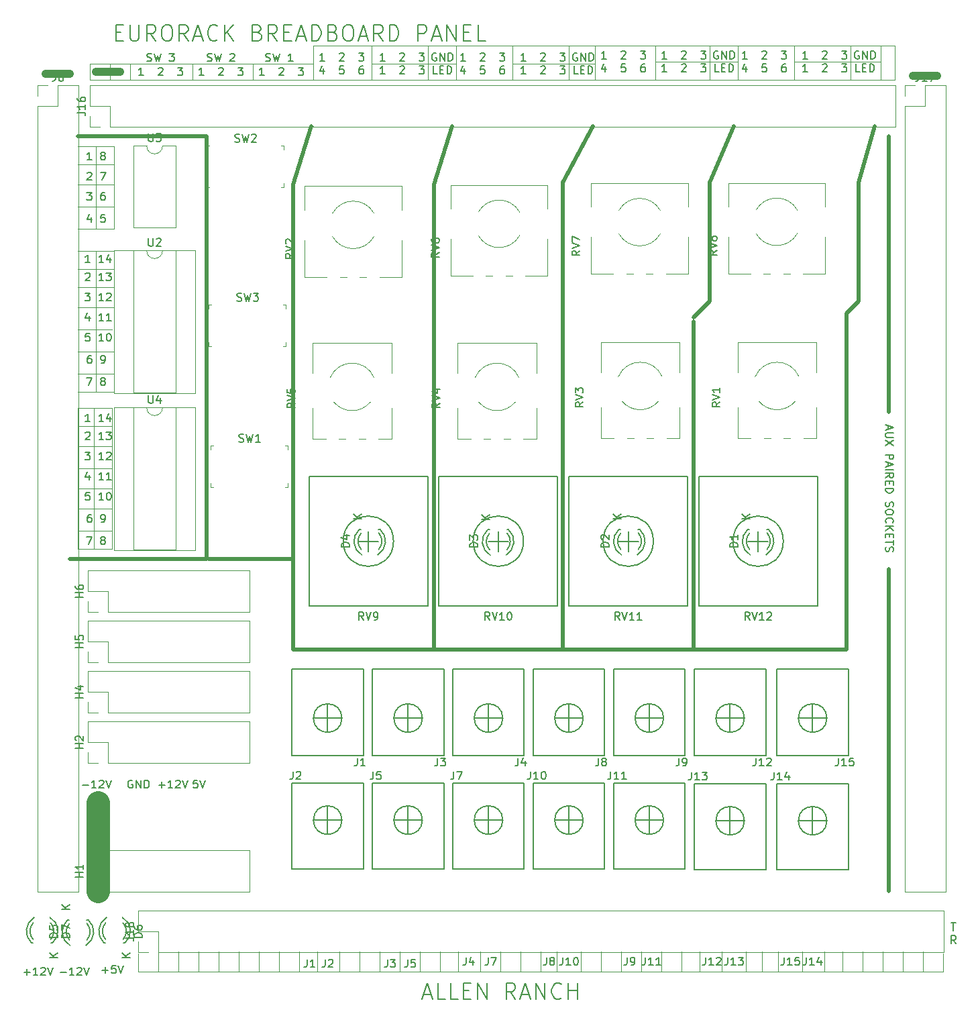
<source format=gbr>
%TF.GenerationSoftware,KiCad,Pcbnew,(5.1.6-0)*%
%TF.CreationDate,2023-02-20T11:30:03-05:00*%
%TF.ProjectId,Test Board Euro,54657374-2042-46f6-9172-64204575726f,rev?*%
%TF.SameCoordinates,Original*%
%TF.FileFunction,Legend,Top*%
%TF.FilePolarity,Positive*%
%FSLAX46Y46*%
G04 Gerber Fmt 4.6, Leading zero omitted, Abs format (unit mm)*
G04 Created by KiCad (PCBNEW (5.1.6-0)) date 2023-02-20 11:30:03*
%MOMM*%
%LPD*%
G01*
G04 APERTURE LIST*
%ADD10C,0.500000*%
%ADD11C,0.120000*%
%ADD12C,1.000000*%
%ADD13C,0.150000*%
%ADD14C,3.000000*%
%ADD15C,0.100000*%
G04 APERTURE END LIST*
D10*
X181102000Y-105410000D02*
X177800000Y-105410000D01*
X181102000Y-62992000D02*
X181102000Y-105410000D01*
X182626000Y-61468000D02*
X181102000Y-62992000D01*
X182626000Y-46482000D02*
X182626000Y-61468000D01*
X184658000Y-39370000D02*
X182626000Y-46482000D01*
D11*
X161798000Y-63500000D02*
X161798000Y-64008000D01*
D10*
X163830000Y-61468000D02*
X161798000Y-63500000D01*
X163830000Y-46482000D02*
X163830000Y-61468000D01*
X161798000Y-105156000D02*
X161798000Y-64008000D01*
X166878000Y-39370000D02*
X163830000Y-46482000D01*
X145288000Y-46482000D02*
X149098000Y-39370000D01*
X145288000Y-62230000D02*
X145288000Y-46482000D01*
X145288000Y-105410000D02*
X145288000Y-62230000D01*
X129032000Y-46736000D02*
X131318000Y-39370000D01*
X129032000Y-63500000D02*
X129032000Y-46736000D01*
X129032000Y-105156000D02*
X129032000Y-63500000D01*
D12*
X192532000Y-33020000D02*
X189484000Y-33020000D01*
X89408000Y-32512000D02*
X86360000Y-32512000D01*
D10*
X111252000Y-105410000D02*
X177800000Y-105410000D01*
X111252000Y-86106000D02*
X111252000Y-105410000D01*
X111252000Y-93980000D02*
X100584000Y-93980000D01*
X111252000Y-46736000D02*
X111252000Y-86106000D01*
X113538000Y-39370000D02*
X111252000Y-46736000D01*
D11*
X113792000Y-39370000D02*
X113538000Y-39370000D01*
D10*
X100330000Y-40640000D02*
X84074000Y-40640000D01*
X100330000Y-93980000D02*
X100330000Y-40640000D01*
D13*
X87106285Y-145867428D02*
X87868190Y-145867428D01*
X87487238Y-146248380D02*
X87487238Y-145486476D01*
X88820571Y-145248380D02*
X88344380Y-145248380D01*
X88296761Y-145724571D01*
X88344380Y-145676952D01*
X88439619Y-145629333D01*
X88677714Y-145629333D01*
X88772952Y-145676952D01*
X88820571Y-145724571D01*
X88868190Y-145819809D01*
X88868190Y-146057904D01*
X88820571Y-146153142D01*
X88772952Y-146200761D01*
X88677714Y-146248380D01*
X88439619Y-146248380D01*
X88344380Y-146200761D01*
X88296761Y-146153142D01*
X89153904Y-145248380D02*
X89487238Y-146248380D01*
X89820571Y-145248380D01*
X81804095Y-146121428D02*
X82566000Y-146121428D01*
X83566000Y-146502380D02*
X82994571Y-146502380D01*
X83280285Y-146502380D02*
X83280285Y-145502380D01*
X83185047Y-145645238D01*
X83089809Y-145740476D01*
X82994571Y-145788095D01*
X83946952Y-145597619D02*
X83994571Y-145550000D01*
X84089809Y-145502380D01*
X84327904Y-145502380D01*
X84423142Y-145550000D01*
X84470761Y-145597619D01*
X84518380Y-145692857D01*
X84518380Y-145788095D01*
X84470761Y-145930952D01*
X83899333Y-146502380D01*
X84518380Y-146502380D01*
X84804095Y-145502380D02*
X85137428Y-146502380D01*
X85470761Y-145502380D01*
X77232095Y-146121428D02*
X77994000Y-146121428D01*
X77613047Y-146502380D02*
X77613047Y-145740476D01*
X78994000Y-146502380D02*
X78422571Y-146502380D01*
X78708285Y-146502380D02*
X78708285Y-145502380D01*
X78613047Y-145645238D01*
X78517809Y-145740476D01*
X78422571Y-145788095D01*
X79374952Y-145597619D02*
X79422571Y-145550000D01*
X79517809Y-145502380D01*
X79755904Y-145502380D01*
X79851142Y-145550000D01*
X79898761Y-145597619D01*
X79946380Y-145692857D01*
X79946380Y-145788095D01*
X79898761Y-145930952D01*
X79327333Y-146502380D01*
X79946380Y-146502380D01*
X80232095Y-145502380D02*
X80565428Y-146502380D01*
X80898761Y-145502380D01*
D14*
X86614000Y-135890000D02*
X86614000Y-124714000D01*
D12*
X83058000Y-32766000D02*
X80010000Y-32766000D01*
D13*
X194278285Y-139851380D02*
X194849714Y-139851380D01*
X194564000Y-140851380D02*
X194564000Y-139851380D01*
X194873523Y-142501380D02*
X194540190Y-142025190D01*
X194302095Y-142501380D02*
X194302095Y-141501380D01*
X194683047Y-141501380D01*
X194778285Y-141549000D01*
X194825904Y-141596619D01*
X194873523Y-141691857D01*
X194873523Y-141834714D01*
X194825904Y-141929952D01*
X194778285Y-141977571D01*
X194683047Y-142025190D01*
X194302095Y-142025190D01*
D10*
X186436000Y-95250000D02*
X186436000Y-135890000D01*
X186436000Y-75438000D02*
X186436000Y-40640000D01*
D13*
X186269333Y-77161428D02*
X186269333Y-77637619D01*
X185983619Y-77066190D02*
X186983619Y-77399523D01*
X185983619Y-77732857D01*
X186983619Y-78066190D02*
X186174095Y-78066190D01*
X186078857Y-78113809D01*
X186031238Y-78161428D01*
X185983619Y-78256666D01*
X185983619Y-78447142D01*
X186031238Y-78542380D01*
X186078857Y-78590000D01*
X186174095Y-78637619D01*
X186983619Y-78637619D01*
X186983619Y-79018571D02*
X185983619Y-79685238D01*
X186983619Y-79685238D02*
X185983619Y-79018571D01*
X185983619Y-80828095D02*
X186983619Y-80828095D01*
X186983619Y-81209047D01*
X186936000Y-81304285D01*
X186888380Y-81351904D01*
X186793142Y-81399523D01*
X186650285Y-81399523D01*
X186555047Y-81351904D01*
X186507428Y-81304285D01*
X186459809Y-81209047D01*
X186459809Y-80828095D01*
X186269333Y-81780476D02*
X186269333Y-82256666D01*
X185983619Y-81685238D02*
X186983619Y-82018571D01*
X185983619Y-82351904D01*
X185983619Y-82685238D02*
X186983619Y-82685238D01*
X185983619Y-83732857D02*
X186459809Y-83399523D01*
X185983619Y-83161428D02*
X186983619Y-83161428D01*
X186983619Y-83542380D01*
X186936000Y-83637619D01*
X186888380Y-83685238D01*
X186793142Y-83732857D01*
X186650285Y-83732857D01*
X186555047Y-83685238D01*
X186507428Y-83637619D01*
X186459809Y-83542380D01*
X186459809Y-83161428D01*
X186507428Y-84161428D02*
X186507428Y-84494761D01*
X185983619Y-84637619D02*
X185983619Y-84161428D01*
X186983619Y-84161428D01*
X186983619Y-84637619D01*
X185983619Y-85066190D02*
X186983619Y-85066190D01*
X186983619Y-85304285D01*
X186936000Y-85447142D01*
X186840761Y-85542380D01*
X186745523Y-85590000D01*
X186555047Y-85637619D01*
X186412190Y-85637619D01*
X186221714Y-85590000D01*
X186126476Y-85542380D01*
X186031238Y-85447142D01*
X185983619Y-85304285D01*
X185983619Y-85066190D01*
X186031238Y-86780476D02*
X185983619Y-86923333D01*
X185983619Y-87161428D01*
X186031238Y-87256666D01*
X186078857Y-87304285D01*
X186174095Y-87351904D01*
X186269333Y-87351904D01*
X186364571Y-87304285D01*
X186412190Y-87256666D01*
X186459809Y-87161428D01*
X186507428Y-86970952D01*
X186555047Y-86875714D01*
X186602666Y-86828095D01*
X186697904Y-86780476D01*
X186793142Y-86780476D01*
X186888380Y-86828095D01*
X186936000Y-86875714D01*
X186983619Y-86970952D01*
X186983619Y-87209047D01*
X186936000Y-87351904D01*
X186983619Y-87970952D02*
X186983619Y-88161428D01*
X186936000Y-88256666D01*
X186840761Y-88351904D01*
X186650285Y-88399523D01*
X186316952Y-88399523D01*
X186126476Y-88351904D01*
X186031238Y-88256666D01*
X185983619Y-88161428D01*
X185983619Y-87970952D01*
X186031238Y-87875714D01*
X186126476Y-87780476D01*
X186316952Y-87732857D01*
X186650285Y-87732857D01*
X186840761Y-87780476D01*
X186936000Y-87875714D01*
X186983619Y-87970952D01*
X186078857Y-89399523D02*
X186031238Y-89351904D01*
X185983619Y-89209047D01*
X185983619Y-89113809D01*
X186031238Y-88970952D01*
X186126476Y-88875714D01*
X186221714Y-88828095D01*
X186412190Y-88780476D01*
X186555047Y-88780476D01*
X186745523Y-88828095D01*
X186840761Y-88875714D01*
X186936000Y-88970952D01*
X186983619Y-89113809D01*
X186983619Y-89209047D01*
X186936000Y-89351904D01*
X186888380Y-89399523D01*
X185983619Y-89828095D02*
X186983619Y-89828095D01*
X185983619Y-90399523D02*
X186555047Y-89970952D01*
X186983619Y-90399523D02*
X186412190Y-89828095D01*
X186507428Y-90828095D02*
X186507428Y-91161428D01*
X185983619Y-91304285D02*
X185983619Y-90828095D01*
X186983619Y-90828095D01*
X186983619Y-91304285D01*
X186983619Y-91590000D02*
X186983619Y-92161428D01*
X185983619Y-91875714D02*
X186983619Y-91875714D01*
X186031238Y-92447142D02*
X185983619Y-92590000D01*
X185983619Y-92828095D01*
X186031238Y-92923333D01*
X186078857Y-92970952D01*
X186174095Y-93018571D01*
X186269333Y-93018571D01*
X186364571Y-92970952D01*
X186412190Y-92923333D01*
X186459809Y-92828095D01*
X186507428Y-92637619D01*
X186555047Y-92542380D01*
X186602666Y-92494761D01*
X186697904Y-92447142D01*
X186793142Y-92447142D01*
X186888380Y-92494761D01*
X186936000Y-92542380D01*
X186983619Y-92637619D01*
X186983619Y-92875714D01*
X186936000Y-93018571D01*
D11*
X128270000Y-31496000D02*
X131826000Y-31496000D01*
X146050000Y-31496000D02*
X149352000Y-31496000D01*
X181610000Y-31242000D02*
X185420000Y-31242000D01*
X163830000Y-31242000D02*
X167386000Y-31242000D01*
D13*
X99123523Y-121880380D02*
X98647333Y-121880380D01*
X98599714Y-122356571D01*
X98647333Y-122308952D01*
X98742571Y-122261333D01*
X98980666Y-122261333D01*
X99075904Y-122308952D01*
X99123523Y-122356571D01*
X99171142Y-122451809D01*
X99171142Y-122689904D01*
X99123523Y-122785142D01*
X99075904Y-122832761D01*
X98980666Y-122880380D01*
X98742571Y-122880380D01*
X98647333Y-122832761D01*
X98599714Y-122785142D01*
X99456857Y-121880380D02*
X99790190Y-122880380D01*
X100123523Y-121880380D01*
X94250095Y-122499428D02*
X95012000Y-122499428D01*
X94631047Y-122880380D02*
X94631047Y-122118476D01*
X96012000Y-122880380D02*
X95440571Y-122880380D01*
X95726285Y-122880380D02*
X95726285Y-121880380D01*
X95631047Y-122023238D01*
X95535809Y-122118476D01*
X95440571Y-122166095D01*
X96392952Y-121975619D02*
X96440571Y-121928000D01*
X96535809Y-121880380D01*
X96773904Y-121880380D01*
X96869142Y-121928000D01*
X96916761Y-121975619D01*
X96964380Y-122070857D01*
X96964380Y-122166095D01*
X96916761Y-122308952D01*
X96345333Y-122880380D01*
X96964380Y-122880380D01*
X97250095Y-121880380D02*
X97583428Y-122880380D01*
X97916761Y-121880380D01*
X90932095Y-121928000D02*
X90836857Y-121880380D01*
X90694000Y-121880380D01*
X90551142Y-121928000D01*
X90455904Y-122023238D01*
X90408285Y-122118476D01*
X90360666Y-122308952D01*
X90360666Y-122451809D01*
X90408285Y-122642285D01*
X90455904Y-122737523D01*
X90551142Y-122832761D01*
X90694000Y-122880380D01*
X90789238Y-122880380D01*
X90932095Y-122832761D01*
X90979714Y-122785142D01*
X90979714Y-122451809D01*
X90789238Y-122451809D01*
X91408285Y-122880380D02*
X91408285Y-121880380D01*
X91979714Y-122880380D01*
X91979714Y-121880380D01*
X92455904Y-122880380D02*
X92455904Y-121880380D01*
X92694000Y-121880380D01*
X92836857Y-121928000D01*
X92932095Y-122023238D01*
X92979714Y-122118476D01*
X93027333Y-122308952D01*
X93027333Y-122451809D01*
X92979714Y-122642285D01*
X92932095Y-122737523D01*
X92836857Y-122832761D01*
X92694000Y-122880380D01*
X92455904Y-122880380D01*
X84598095Y-122499428D02*
X85360000Y-122499428D01*
X86360000Y-122880380D02*
X85788571Y-122880380D01*
X86074285Y-122880380D02*
X86074285Y-121880380D01*
X85979047Y-122023238D01*
X85883809Y-122118476D01*
X85788571Y-122166095D01*
X86740952Y-121975619D02*
X86788571Y-121928000D01*
X86883809Y-121880380D01*
X87121904Y-121880380D01*
X87217142Y-121928000D01*
X87264761Y-121975619D01*
X87312380Y-122070857D01*
X87312380Y-122166095D01*
X87264761Y-122308952D01*
X86693333Y-122880380D01*
X87312380Y-122880380D01*
X87598095Y-121880380D02*
X87931428Y-122880380D01*
X88264761Y-121880380D01*
D10*
X83058000Y-93980000D02*
X100330000Y-93980000D01*
D11*
X180594000Y-143510000D02*
X180594000Y-146050000D01*
X183134000Y-143510000D02*
X183134000Y-146050000D01*
X185674000Y-143510000D02*
X185674000Y-146050000D01*
X188214000Y-143510000D02*
X188214000Y-146050000D01*
X190754000Y-143764000D02*
X190754000Y-143510000D01*
X190754000Y-143764000D02*
X190754000Y-146050000D01*
X193294000Y-146050000D02*
X193294000Y-143764000D01*
X178308000Y-146050000D02*
X193294000Y-146050000D01*
X187198000Y-33528000D02*
X185420000Y-33528000D01*
X187198000Y-29210000D02*
X187198000Y-33528000D01*
X186944000Y-29210000D02*
X187198000Y-29210000D01*
X185420000Y-29210000D02*
X186944000Y-29210000D01*
X88138000Y-31496000D02*
X88138000Y-33528000D01*
X85598000Y-31496000D02*
X90678000Y-31496000D01*
X85598000Y-33528000D02*
X85598000Y-31496000D01*
X90678000Y-33528000D02*
X85598000Y-33528000D01*
X109474000Y-143510000D02*
X109474000Y-146050000D01*
X106934000Y-143510000D02*
X106934000Y-146050000D01*
X104394000Y-143510000D02*
X104394000Y-146050000D01*
X101854000Y-143510000D02*
X101854000Y-146050000D01*
X99314000Y-143510000D02*
X99314000Y-146050000D01*
X96774000Y-143510000D02*
X96774000Y-146050000D01*
X94234000Y-143510000D02*
X94234000Y-146050000D01*
X91694000Y-146050000D02*
X91694000Y-143764000D01*
X112014000Y-146050000D02*
X91694000Y-146050000D01*
X114300000Y-143510000D02*
X114300000Y-146050000D01*
X117094000Y-143510000D02*
X117094000Y-146050000D01*
X119634000Y-143510000D02*
X119634000Y-146050000D01*
X122174000Y-143510000D02*
X122174000Y-146050000D01*
X124714000Y-143510000D02*
X124714000Y-146050000D01*
X127254000Y-143510000D02*
X127254000Y-146050000D01*
X129794000Y-143510000D02*
X129794000Y-146050000D01*
X132080000Y-143510000D02*
X132080000Y-146050000D01*
X134874000Y-143510000D02*
X134874000Y-146050000D01*
X137414000Y-143510000D02*
X137414000Y-146050000D01*
X139954000Y-143510000D02*
X139954000Y-146050000D01*
X142494000Y-143510000D02*
X142494000Y-146050000D01*
X144526000Y-143510000D02*
X144526000Y-146050000D01*
X147574000Y-143510000D02*
X147574000Y-146050000D01*
X150114000Y-143510000D02*
X150114000Y-146050000D01*
X152654000Y-143510000D02*
X152654000Y-146050000D01*
X155194000Y-143510000D02*
X155194000Y-146050000D01*
X157734000Y-143510000D02*
X157734000Y-146050000D01*
X160274000Y-143510000D02*
X160274000Y-146050000D01*
X162560000Y-143510000D02*
X162560000Y-146050000D01*
X165354000Y-143510000D02*
X165354000Y-146050000D01*
X168402000Y-143510000D02*
X168402000Y-146050000D01*
X170434000Y-143510000D02*
X170434000Y-146050000D01*
X172466000Y-143510000D02*
X172466000Y-146050000D01*
X175514000Y-143510000D02*
X175514000Y-146050000D01*
X178308000Y-143764000D02*
X178308000Y-143510000D01*
X178308000Y-146050000D02*
X178308000Y-143764000D01*
X112014000Y-146050000D02*
X178308000Y-146050000D01*
X112014000Y-143510000D02*
X112014000Y-146050000D01*
D13*
X175974476Y-144232380D02*
X175974476Y-144946666D01*
X175926857Y-145089523D01*
X175831619Y-145184761D01*
X175688761Y-145232380D01*
X175593523Y-145232380D01*
X176974476Y-145232380D02*
X176403047Y-145232380D01*
X176688761Y-145232380D02*
X176688761Y-144232380D01*
X176593523Y-144375238D01*
X176498285Y-144470476D01*
X176403047Y-144518095D01*
X177831619Y-144565714D02*
X177831619Y-145232380D01*
X177593523Y-144184761D02*
X177355428Y-144899047D01*
X177974476Y-144899047D01*
X173180476Y-144232380D02*
X173180476Y-144946666D01*
X173132857Y-145089523D01*
X173037619Y-145184761D01*
X172894761Y-145232380D01*
X172799523Y-145232380D01*
X174180476Y-145232380D02*
X173609047Y-145232380D01*
X173894761Y-145232380D02*
X173894761Y-144232380D01*
X173799523Y-144375238D01*
X173704285Y-144470476D01*
X173609047Y-144518095D01*
X175085238Y-144232380D02*
X174609047Y-144232380D01*
X174561428Y-144708571D01*
X174609047Y-144660952D01*
X174704285Y-144613333D01*
X174942380Y-144613333D01*
X175037619Y-144660952D01*
X175085238Y-144708571D01*
X175132857Y-144803809D01*
X175132857Y-145041904D01*
X175085238Y-145137142D01*
X175037619Y-145184761D01*
X174942380Y-145232380D01*
X174704285Y-145232380D01*
X174609047Y-145184761D01*
X174561428Y-145137142D01*
X166068476Y-144232380D02*
X166068476Y-144946666D01*
X166020857Y-145089523D01*
X165925619Y-145184761D01*
X165782761Y-145232380D01*
X165687523Y-145232380D01*
X167068476Y-145232380D02*
X166497047Y-145232380D01*
X166782761Y-145232380D02*
X166782761Y-144232380D01*
X166687523Y-144375238D01*
X166592285Y-144470476D01*
X166497047Y-144518095D01*
X167401809Y-144232380D02*
X168020857Y-144232380D01*
X167687523Y-144613333D01*
X167830380Y-144613333D01*
X167925619Y-144660952D01*
X167973238Y-144708571D01*
X168020857Y-144803809D01*
X168020857Y-145041904D01*
X167973238Y-145137142D01*
X167925619Y-145184761D01*
X167830380Y-145232380D01*
X167544666Y-145232380D01*
X167449428Y-145184761D01*
X167401809Y-145137142D01*
X163274476Y-144232380D02*
X163274476Y-144946666D01*
X163226857Y-145089523D01*
X163131619Y-145184761D01*
X162988761Y-145232380D01*
X162893523Y-145232380D01*
X164274476Y-145232380D02*
X163703047Y-145232380D01*
X163988761Y-145232380D02*
X163988761Y-144232380D01*
X163893523Y-144375238D01*
X163798285Y-144470476D01*
X163703047Y-144518095D01*
X164655428Y-144327619D02*
X164703047Y-144280000D01*
X164798285Y-144232380D01*
X165036380Y-144232380D01*
X165131619Y-144280000D01*
X165179238Y-144327619D01*
X165226857Y-144422857D01*
X165226857Y-144518095D01*
X165179238Y-144660952D01*
X164607809Y-145232380D01*
X165226857Y-145232380D01*
X155654476Y-144232380D02*
X155654476Y-144946666D01*
X155606857Y-145089523D01*
X155511619Y-145184761D01*
X155368761Y-145232380D01*
X155273523Y-145232380D01*
X156654476Y-145232380D02*
X156083047Y-145232380D01*
X156368761Y-145232380D02*
X156368761Y-144232380D01*
X156273523Y-144375238D01*
X156178285Y-144470476D01*
X156083047Y-144518095D01*
X157606857Y-145232380D02*
X157035428Y-145232380D01*
X157321142Y-145232380D02*
X157321142Y-144232380D01*
X157225904Y-144375238D01*
X157130666Y-144470476D01*
X157035428Y-144518095D01*
X153336666Y-144232380D02*
X153336666Y-144946666D01*
X153289047Y-145089523D01*
X153193809Y-145184761D01*
X153050952Y-145232380D01*
X152955714Y-145232380D01*
X153860476Y-145232380D02*
X154050952Y-145232380D01*
X154146190Y-145184761D01*
X154193809Y-145137142D01*
X154289047Y-144994285D01*
X154336666Y-144803809D01*
X154336666Y-144422857D01*
X154289047Y-144327619D01*
X154241428Y-144280000D01*
X154146190Y-144232380D01*
X153955714Y-144232380D01*
X153860476Y-144280000D01*
X153812857Y-144327619D01*
X153765238Y-144422857D01*
X153765238Y-144660952D01*
X153812857Y-144756190D01*
X153860476Y-144803809D01*
X153955714Y-144851428D01*
X154146190Y-144851428D01*
X154241428Y-144803809D01*
X154289047Y-144756190D01*
X154336666Y-144660952D01*
X145240476Y-144232380D02*
X145240476Y-144946666D01*
X145192857Y-145089523D01*
X145097619Y-145184761D01*
X144954761Y-145232380D01*
X144859523Y-145232380D01*
X146240476Y-145232380D02*
X145669047Y-145232380D01*
X145954761Y-145232380D02*
X145954761Y-144232380D01*
X145859523Y-144375238D01*
X145764285Y-144470476D01*
X145669047Y-144518095D01*
X146859523Y-144232380D02*
X146954761Y-144232380D01*
X147050000Y-144280000D01*
X147097619Y-144327619D01*
X147145238Y-144422857D01*
X147192857Y-144613333D01*
X147192857Y-144851428D01*
X147145238Y-145041904D01*
X147097619Y-145137142D01*
X147050000Y-145184761D01*
X146954761Y-145232380D01*
X146859523Y-145232380D01*
X146764285Y-145184761D01*
X146716666Y-145137142D01*
X146669047Y-145041904D01*
X146621428Y-144851428D01*
X146621428Y-144613333D01*
X146669047Y-144422857D01*
X146716666Y-144327619D01*
X146764285Y-144280000D01*
X146859523Y-144232380D01*
X143176666Y-144232380D02*
X143176666Y-144946666D01*
X143129047Y-145089523D01*
X143033809Y-145184761D01*
X142890952Y-145232380D01*
X142795714Y-145232380D01*
X143795714Y-144660952D02*
X143700476Y-144613333D01*
X143652857Y-144565714D01*
X143605238Y-144470476D01*
X143605238Y-144422857D01*
X143652857Y-144327619D01*
X143700476Y-144280000D01*
X143795714Y-144232380D01*
X143986190Y-144232380D01*
X144081428Y-144280000D01*
X144129047Y-144327619D01*
X144176666Y-144422857D01*
X144176666Y-144470476D01*
X144129047Y-144565714D01*
X144081428Y-144613333D01*
X143986190Y-144660952D01*
X143795714Y-144660952D01*
X143700476Y-144708571D01*
X143652857Y-144756190D01*
X143605238Y-144851428D01*
X143605238Y-145041904D01*
X143652857Y-145137142D01*
X143700476Y-145184761D01*
X143795714Y-145232380D01*
X143986190Y-145232380D01*
X144081428Y-145184761D01*
X144129047Y-145137142D01*
X144176666Y-145041904D01*
X144176666Y-144851428D01*
X144129047Y-144756190D01*
X144081428Y-144708571D01*
X143986190Y-144660952D01*
X135810666Y-144232380D02*
X135810666Y-144946666D01*
X135763047Y-145089523D01*
X135667809Y-145184761D01*
X135524952Y-145232380D01*
X135429714Y-145232380D01*
X136191619Y-144232380D02*
X136858285Y-144232380D01*
X136429714Y-145232380D01*
X133016666Y-144232380D02*
X133016666Y-144946666D01*
X132969047Y-145089523D01*
X132873809Y-145184761D01*
X132730952Y-145232380D01*
X132635714Y-145232380D01*
X133921428Y-144565714D02*
X133921428Y-145232380D01*
X133683333Y-144184761D02*
X133445238Y-144899047D01*
X134064285Y-144899047D01*
X125650666Y-144486380D02*
X125650666Y-145200666D01*
X125603047Y-145343523D01*
X125507809Y-145438761D01*
X125364952Y-145486380D01*
X125269714Y-145486380D01*
X126603047Y-144486380D02*
X126126857Y-144486380D01*
X126079238Y-144962571D01*
X126126857Y-144914952D01*
X126222095Y-144867333D01*
X126460190Y-144867333D01*
X126555428Y-144914952D01*
X126603047Y-144962571D01*
X126650666Y-145057809D01*
X126650666Y-145295904D01*
X126603047Y-145391142D01*
X126555428Y-145438761D01*
X126460190Y-145486380D01*
X126222095Y-145486380D01*
X126126857Y-145438761D01*
X126079238Y-145391142D01*
X123110666Y-144486380D02*
X123110666Y-145200666D01*
X123063047Y-145343523D01*
X122967809Y-145438761D01*
X122824952Y-145486380D01*
X122729714Y-145486380D01*
X123491619Y-144486380D02*
X124110666Y-144486380D01*
X123777333Y-144867333D01*
X123920190Y-144867333D01*
X124015428Y-144914952D01*
X124063047Y-144962571D01*
X124110666Y-145057809D01*
X124110666Y-145295904D01*
X124063047Y-145391142D01*
X124015428Y-145438761D01*
X123920190Y-145486380D01*
X123634476Y-145486380D01*
X123539238Y-145438761D01*
X123491619Y-145391142D01*
X115236666Y-144486380D02*
X115236666Y-145200666D01*
X115189047Y-145343523D01*
X115093809Y-145438761D01*
X114950952Y-145486380D01*
X114855714Y-145486380D01*
X115665238Y-144581619D02*
X115712857Y-144534000D01*
X115808095Y-144486380D01*
X116046190Y-144486380D01*
X116141428Y-144534000D01*
X116189047Y-144581619D01*
X116236666Y-144676857D01*
X116236666Y-144772095D01*
X116189047Y-144914952D01*
X115617619Y-145486380D01*
X116236666Y-145486380D01*
X112950666Y-144486380D02*
X112950666Y-145200666D01*
X112903047Y-145343523D01*
X112807809Y-145438761D01*
X112664952Y-145486380D01*
X112569714Y-145486380D01*
X113950666Y-145486380D02*
X113379238Y-145486380D01*
X113664952Y-145486380D02*
X113664952Y-144486380D01*
X113569714Y-144629238D01*
X113474476Y-144724476D01*
X113379238Y-144772095D01*
D11*
X86106000Y-74930000D02*
X86106000Y-92710000D01*
X88392000Y-90424000D02*
X84074000Y-90424000D01*
X88392000Y-87630000D02*
X84074000Y-87630000D01*
X88392000Y-85090000D02*
X84074000Y-85090000D01*
X88392000Y-82550000D02*
X84074000Y-82550000D01*
X88392000Y-79756000D02*
X84074000Y-79756000D01*
X84074000Y-77216000D02*
X88392000Y-77216000D01*
X84074000Y-75184000D02*
X84074000Y-74930000D01*
X84074000Y-92710000D02*
X84074000Y-75184000D01*
X88392000Y-92710000D02*
X84074000Y-92710000D01*
X88392000Y-74930000D02*
X88392000Y-92710000D01*
X84074000Y-74930000D02*
X88392000Y-74930000D01*
X88392000Y-65024000D02*
X84074000Y-65024000D01*
X88646000Y-67818000D02*
X84074000Y-67818000D01*
X88646000Y-67564000D02*
X88646000Y-67818000D01*
X88646000Y-70612000D02*
X84074000Y-70612000D01*
X84074000Y-62230000D02*
X88646000Y-62230000D01*
X88392000Y-57404000D02*
X88646000Y-57404000D01*
X84074000Y-59690000D02*
X88646000Y-59690000D01*
X84074000Y-57404000D02*
X88392000Y-57404000D01*
X86360000Y-72898000D02*
X86360000Y-55118000D01*
X88646000Y-72898000D02*
X84074000Y-72898000D01*
X88646000Y-55118000D02*
X88646000Y-72898000D01*
X84074000Y-55118000D02*
X88646000Y-55118000D01*
X86360000Y-41910000D02*
X86360000Y-52324000D01*
X88646000Y-44196000D02*
X84074000Y-44196000D01*
X88646000Y-46736000D02*
X84074000Y-46736000D01*
X88646000Y-49530000D02*
X84074000Y-49530000D01*
X88646000Y-52324000D02*
X84074000Y-52324000D01*
X88646000Y-41910000D02*
X88646000Y-52324000D01*
X88138000Y-41910000D02*
X88646000Y-41910000D01*
X84074000Y-41910000D02*
X84328000Y-41910000D01*
X84328000Y-41910000D02*
X88138000Y-41910000D01*
X98552000Y-31496000D02*
X98552000Y-33528000D01*
X106172000Y-31496000D02*
X106172000Y-33528000D01*
X90678000Y-33528000D02*
X113792000Y-33528000D01*
X90678000Y-31496000D02*
X90678000Y-33528000D01*
X91186000Y-31496000D02*
X90678000Y-31496000D01*
X113792000Y-31496000D02*
X91186000Y-31496000D01*
X181610000Y-31242000D02*
X181610000Y-33528000D01*
X181610000Y-31242000D02*
X181610000Y-29210000D01*
X174498000Y-31242000D02*
X181610000Y-31242000D01*
X174498000Y-29210000D02*
X174498000Y-33528000D01*
X167386000Y-29210000D02*
X167386000Y-33528000D01*
X163830000Y-31242000D02*
X156972000Y-31242000D01*
X163830000Y-33528000D02*
X163830000Y-31242000D01*
X163830000Y-29210000D02*
X163830000Y-33528000D01*
X156972000Y-29210000D02*
X156972000Y-33528000D01*
X149352000Y-29210000D02*
X149352000Y-33528000D01*
X146050000Y-31496000D02*
X146050000Y-33528000D01*
X146050000Y-31496000D02*
X146050000Y-29210000D01*
X138938000Y-31496000D02*
X146050000Y-31496000D01*
X138938000Y-29210000D02*
X138938000Y-33528000D01*
X131826000Y-29210000D02*
X131826000Y-33528000D01*
X128270000Y-33528000D02*
X128270000Y-31496000D01*
X128270000Y-29210000D02*
X128270000Y-31496000D01*
X128270000Y-31496000D02*
X128270000Y-29210000D01*
X121158000Y-31496000D02*
X128270000Y-31496000D01*
X121158000Y-33274000D02*
X121158000Y-33528000D01*
X121158000Y-29210000D02*
X121158000Y-33274000D01*
X185420000Y-33528000D02*
X185420000Y-32512000D01*
X113792000Y-33528000D02*
X185420000Y-33528000D01*
X113792000Y-29210000D02*
X113792000Y-33528000D01*
X185420000Y-29210000D02*
X113792000Y-29210000D01*
X185420000Y-32512000D02*
X185420000Y-29210000D01*
D13*
X182626095Y-29917000D02*
X182530857Y-29869380D01*
X182388000Y-29869380D01*
X182245142Y-29917000D01*
X182149904Y-30012238D01*
X182102285Y-30107476D01*
X182054666Y-30297952D01*
X182054666Y-30440809D01*
X182102285Y-30631285D01*
X182149904Y-30726523D01*
X182245142Y-30821761D01*
X182388000Y-30869380D01*
X182483238Y-30869380D01*
X182626095Y-30821761D01*
X182673714Y-30774142D01*
X182673714Y-30440809D01*
X182483238Y-30440809D01*
X183102285Y-30869380D02*
X183102285Y-29869380D01*
X183673714Y-30869380D01*
X183673714Y-29869380D01*
X184149904Y-30869380D02*
X184149904Y-29869380D01*
X184388000Y-29869380D01*
X184530857Y-29917000D01*
X184626095Y-30012238D01*
X184673714Y-30107476D01*
X184721333Y-30297952D01*
X184721333Y-30440809D01*
X184673714Y-30631285D01*
X184626095Y-30726523D01*
X184530857Y-30821761D01*
X184388000Y-30869380D01*
X184149904Y-30869380D01*
X182745142Y-32519380D02*
X182268952Y-32519380D01*
X182268952Y-31519380D01*
X183078476Y-31995571D02*
X183411809Y-31995571D01*
X183554666Y-32519380D02*
X183078476Y-32519380D01*
X183078476Y-31519380D01*
X183554666Y-31519380D01*
X183983238Y-32519380D02*
X183983238Y-31519380D01*
X184221333Y-31519380D01*
X184364190Y-31567000D01*
X184459428Y-31662238D01*
X184507047Y-31757476D01*
X184554666Y-31947952D01*
X184554666Y-32090809D01*
X184507047Y-32281285D01*
X184459428Y-32376523D01*
X184364190Y-32471761D01*
X184221333Y-32519380D01*
X183983238Y-32519380D01*
X164846095Y-29917000D02*
X164750857Y-29869380D01*
X164608000Y-29869380D01*
X164465142Y-29917000D01*
X164369904Y-30012238D01*
X164322285Y-30107476D01*
X164274666Y-30297952D01*
X164274666Y-30440809D01*
X164322285Y-30631285D01*
X164369904Y-30726523D01*
X164465142Y-30821761D01*
X164608000Y-30869380D01*
X164703238Y-30869380D01*
X164846095Y-30821761D01*
X164893714Y-30774142D01*
X164893714Y-30440809D01*
X164703238Y-30440809D01*
X165322285Y-30869380D02*
X165322285Y-29869380D01*
X165893714Y-30869380D01*
X165893714Y-29869380D01*
X166369904Y-30869380D02*
X166369904Y-29869380D01*
X166608000Y-29869380D01*
X166750857Y-29917000D01*
X166846095Y-30012238D01*
X166893714Y-30107476D01*
X166941333Y-30297952D01*
X166941333Y-30440809D01*
X166893714Y-30631285D01*
X166846095Y-30726523D01*
X166750857Y-30821761D01*
X166608000Y-30869380D01*
X166369904Y-30869380D01*
X164965142Y-32519380D02*
X164488952Y-32519380D01*
X164488952Y-31519380D01*
X165298476Y-31995571D02*
X165631809Y-31995571D01*
X165774666Y-32519380D02*
X165298476Y-32519380D01*
X165298476Y-31519380D01*
X165774666Y-31519380D01*
X166203238Y-32519380D02*
X166203238Y-31519380D01*
X166441333Y-31519380D01*
X166584190Y-31567000D01*
X166679428Y-31662238D01*
X166727047Y-31757476D01*
X166774666Y-31947952D01*
X166774666Y-32090809D01*
X166727047Y-32281285D01*
X166679428Y-32376523D01*
X166584190Y-32471761D01*
X166441333Y-32519380D01*
X166203238Y-32519380D01*
X147066095Y-30171000D02*
X146970857Y-30123380D01*
X146828000Y-30123380D01*
X146685142Y-30171000D01*
X146589904Y-30266238D01*
X146542285Y-30361476D01*
X146494666Y-30551952D01*
X146494666Y-30694809D01*
X146542285Y-30885285D01*
X146589904Y-30980523D01*
X146685142Y-31075761D01*
X146828000Y-31123380D01*
X146923238Y-31123380D01*
X147066095Y-31075761D01*
X147113714Y-31028142D01*
X147113714Y-30694809D01*
X146923238Y-30694809D01*
X147542285Y-31123380D02*
X147542285Y-30123380D01*
X148113714Y-31123380D01*
X148113714Y-30123380D01*
X148589904Y-31123380D02*
X148589904Y-30123380D01*
X148828000Y-30123380D01*
X148970857Y-30171000D01*
X149066095Y-30266238D01*
X149113714Y-30361476D01*
X149161333Y-30551952D01*
X149161333Y-30694809D01*
X149113714Y-30885285D01*
X149066095Y-30980523D01*
X148970857Y-31075761D01*
X148828000Y-31123380D01*
X148589904Y-31123380D01*
X147185142Y-32773380D02*
X146708952Y-32773380D01*
X146708952Y-31773380D01*
X147518476Y-32249571D02*
X147851809Y-32249571D01*
X147994666Y-32773380D02*
X147518476Y-32773380D01*
X147518476Y-31773380D01*
X147994666Y-31773380D01*
X148423238Y-32773380D02*
X148423238Y-31773380D01*
X148661333Y-31773380D01*
X148804190Y-31821000D01*
X148899428Y-31916238D01*
X148947047Y-32011476D01*
X148994666Y-32201952D01*
X148994666Y-32344809D01*
X148947047Y-32535285D01*
X148899428Y-32630523D01*
X148804190Y-32725761D01*
X148661333Y-32773380D01*
X148423238Y-32773380D01*
X129286095Y-30171000D02*
X129190857Y-30123380D01*
X129048000Y-30123380D01*
X128905142Y-30171000D01*
X128809904Y-30266238D01*
X128762285Y-30361476D01*
X128714666Y-30551952D01*
X128714666Y-30694809D01*
X128762285Y-30885285D01*
X128809904Y-30980523D01*
X128905142Y-31075761D01*
X129048000Y-31123380D01*
X129143238Y-31123380D01*
X129286095Y-31075761D01*
X129333714Y-31028142D01*
X129333714Y-30694809D01*
X129143238Y-30694809D01*
X129762285Y-31123380D02*
X129762285Y-30123380D01*
X130333714Y-31123380D01*
X130333714Y-30123380D01*
X130809904Y-31123380D02*
X130809904Y-30123380D01*
X131048000Y-30123380D01*
X131190857Y-30171000D01*
X131286095Y-30266238D01*
X131333714Y-30361476D01*
X131381333Y-30551952D01*
X131381333Y-30694809D01*
X131333714Y-30885285D01*
X131286095Y-30980523D01*
X131190857Y-31075761D01*
X131048000Y-31123380D01*
X130809904Y-31123380D01*
X129405142Y-32773380D02*
X128928952Y-32773380D01*
X128928952Y-31773380D01*
X129738476Y-32249571D02*
X130071809Y-32249571D01*
X130214666Y-32773380D02*
X129738476Y-32773380D01*
X129738476Y-31773380D01*
X130214666Y-31773380D01*
X130643238Y-32773380D02*
X130643238Y-31773380D01*
X130881333Y-31773380D01*
X131024190Y-31821000D01*
X131119428Y-31916238D01*
X131167047Y-32011476D01*
X131214666Y-32201952D01*
X131214666Y-32344809D01*
X131167047Y-32535285D01*
X131119428Y-32630523D01*
X131024190Y-32725761D01*
X130881333Y-32773380D01*
X130643238Y-32773380D01*
X176117523Y-30869380D02*
X175546095Y-30869380D01*
X175831809Y-30869380D02*
X175831809Y-29869380D01*
X175736571Y-30012238D01*
X175641333Y-30107476D01*
X175546095Y-30155095D01*
X178022285Y-29964619D02*
X178069904Y-29917000D01*
X178165142Y-29869380D01*
X178403238Y-29869380D01*
X178498476Y-29917000D01*
X178546095Y-29964619D01*
X178593714Y-30059857D01*
X178593714Y-30155095D01*
X178546095Y-30297952D01*
X177974666Y-30869380D01*
X178593714Y-30869380D01*
X180450857Y-29869380D02*
X181069904Y-29869380D01*
X180736571Y-30250333D01*
X180879428Y-30250333D01*
X180974666Y-30297952D01*
X181022285Y-30345571D01*
X181069904Y-30440809D01*
X181069904Y-30678904D01*
X181022285Y-30774142D01*
X180974666Y-30821761D01*
X180879428Y-30869380D01*
X180593714Y-30869380D01*
X180498476Y-30821761D01*
X180450857Y-30774142D01*
X176117523Y-32519380D02*
X175546095Y-32519380D01*
X175831809Y-32519380D02*
X175831809Y-31519380D01*
X175736571Y-31662238D01*
X175641333Y-31757476D01*
X175546095Y-31805095D01*
X178022285Y-31614619D02*
X178069904Y-31567000D01*
X178165142Y-31519380D01*
X178403238Y-31519380D01*
X178498476Y-31567000D01*
X178546095Y-31614619D01*
X178593714Y-31709857D01*
X178593714Y-31805095D01*
X178546095Y-31947952D01*
X177974666Y-32519380D01*
X178593714Y-32519380D01*
X180450857Y-31519380D02*
X181069904Y-31519380D01*
X180736571Y-31900333D01*
X180879428Y-31900333D01*
X180974666Y-31947952D01*
X181022285Y-31995571D01*
X181069904Y-32090809D01*
X181069904Y-32328904D01*
X181022285Y-32424142D01*
X180974666Y-32471761D01*
X180879428Y-32519380D01*
X180593714Y-32519380D01*
X180498476Y-32471761D01*
X180450857Y-32424142D01*
X158337523Y-30869380D02*
X157766095Y-30869380D01*
X158051809Y-30869380D02*
X158051809Y-29869380D01*
X157956571Y-30012238D01*
X157861333Y-30107476D01*
X157766095Y-30155095D01*
X160242285Y-29964619D02*
X160289904Y-29917000D01*
X160385142Y-29869380D01*
X160623238Y-29869380D01*
X160718476Y-29917000D01*
X160766095Y-29964619D01*
X160813714Y-30059857D01*
X160813714Y-30155095D01*
X160766095Y-30297952D01*
X160194666Y-30869380D01*
X160813714Y-30869380D01*
X162670857Y-29869380D02*
X163289904Y-29869380D01*
X162956571Y-30250333D01*
X163099428Y-30250333D01*
X163194666Y-30297952D01*
X163242285Y-30345571D01*
X163289904Y-30440809D01*
X163289904Y-30678904D01*
X163242285Y-30774142D01*
X163194666Y-30821761D01*
X163099428Y-30869380D01*
X162813714Y-30869380D01*
X162718476Y-30821761D01*
X162670857Y-30774142D01*
X158337523Y-32519380D02*
X157766095Y-32519380D01*
X158051809Y-32519380D02*
X158051809Y-31519380D01*
X157956571Y-31662238D01*
X157861333Y-31757476D01*
X157766095Y-31805095D01*
X160242285Y-31614619D02*
X160289904Y-31567000D01*
X160385142Y-31519380D01*
X160623238Y-31519380D01*
X160718476Y-31567000D01*
X160766095Y-31614619D01*
X160813714Y-31709857D01*
X160813714Y-31805095D01*
X160766095Y-31947952D01*
X160194666Y-32519380D01*
X160813714Y-32519380D01*
X162670857Y-31519380D02*
X163289904Y-31519380D01*
X162956571Y-31900333D01*
X163099428Y-31900333D01*
X163194666Y-31947952D01*
X163242285Y-31995571D01*
X163289904Y-32090809D01*
X163289904Y-32328904D01*
X163242285Y-32424142D01*
X163194666Y-32471761D01*
X163099428Y-32519380D01*
X162813714Y-32519380D01*
X162718476Y-32471761D01*
X162670857Y-32424142D01*
X140557523Y-31123380D02*
X139986095Y-31123380D01*
X140271809Y-31123380D02*
X140271809Y-30123380D01*
X140176571Y-30266238D01*
X140081333Y-30361476D01*
X139986095Y-30409095D01*
X142462285Y-30218619D02*
X142509904Y-30171000D01*
X142605142Y-30123380D01*
X142843238Y-30123380D01*
X142938476Y-30171000D01*
X142986095Y-30218619D01*
X143033714Y-30313857D01*
X143033714Y-30409095D01*
X142986095Y-30551952D01*
X142414666Y-31123380D01*
X143033714Y-31123380D01*
X144890857Y-30123380D02*
X145509904Y-30123380D01*
X145176571Y-30504333D01*
X145319428Y-30504333D01*
X145414666Y-30551952D01*
X145462285Y-30599571D01*
X145509904Y-30694809D01*
X145509904Y-30932904D01*
X145462285Y-31028142D01*
X145414666Y-31075761D01*
X145319428Y-31123380D01*
X145033714Y-31123380D01*
X144938476Y-31075761D01*
X144890857Y-31028142D01*
X140557523Y-32773380D02*
X139986095Y-32773380D01*
X140271809Y-32773380D02*
X140271809Y-31773380D01*
X140176571Y-31916238D01*
X140081333Y-32011476D01*
X139986095Y-32059095D01*
X142462285Y-31868619D02*
X142509904Y-31821000D01*
X142605142Y-31773380D01*
X142843238Y-31773380D01*
X142938476Y-31821000D01*
X142986095Y-31868619D01*
X143033714Y-31963857D01*
X143033714Y-32059095D01*
X142986095Y-32201952D01*
X142414666Y-32773380D01*
X143033714Y-32773380D01*
X144890857Y-31773380D02*
X145509904Y-31773380D01*
X145176571Y-32154333D01*
X145319428Y-32154333D01*
X145414666Y-32201952D01*
X145462285Y-32249571D01*
X145509904Y-32344809D01*
X145509904Y-32582904D01*
X145462285Y-32678142D01*
X145414666Y-32725761D01*
X145319428Y-32773380D01*
X145033714Y-32773380D01*
X144938476Y-32725761D01*
X144890857Y-32678142D01*
X122777523Y-31123380D02*
X122206095Y-31123380D01*
X122491809Y-31123380D02*
X122491809Y-30123380D01*
X122396571Y-30266238D01*
X122301333Y-30361476D01*
X122206095Y-30409095D01*
X124682285Y-30218619D02*
X124729904Y-30171000D01*
X124825142Y-30123380D01*
X125063238Y-30123380D01*
X125158476Y-30171000D01*
X125206095Y-30218619D01*
X125253714Y-30313857D01*
X125253714Y-30409095D01*
X125206095Y-30551952D01*
X124634666Y-31123380D01*
X125253714Y-31123380D01*
X127110857Y-30123380D02*
X127729904Y-30123380D01*
X127396571Y-30504333D01*
X127539428Y-30504333D01*
X127634666Y-30551952D01*
X127682285Y-30599571D01*
X127729904Y-30694809D01*
X127729904Y-30932904D01*
X127682285Y-31028142D01*
X127634666Y-31075761D01*
X127539428Y-31123380D01*
X127253714Y-31123380D01*
X127158476Y-31075761D01*
X127110857Y-31028142D01*
X122777523Y-32773380D02*
X122206095Y-32773380D01*
X122491809Y-32773380D02*
X122491809Y-31773380D01*
X122396571Y-31916238D01*
X122301333Y-32011476D01*
X122206095Y-32059095D01*
X124682285Y-31868619D02*
X124729904Y-31821000D01*
X124825142Y-31773380D01*
X125063238Y-31773380D01*
X125158476Y-31821000D01*
X125206095Y-31868619D01*
X125253714Y-31963857D01*
X125253714Y-32059095D01*
X125206095Y-32201952D01*
X124634666Y-32773380D01*
X125253714Y-32773380D01*
X127110857Y-31773380D02*
X127729904Y-31773380D01*
X127396571Y-32154333D01*
X127539428Y-32154333D01*
X127634666Y-32201952D01*
X127682285Y-32249571D01*
X127729904Y-32344809D01*
X127729904Y-32582904D01*
X127682285Y-32678142D01*
X127634666Y-32725761D01*
X127539428Y-32773380D01*
X127253714Y-32773380D01*
X127158476Y-32725761D01*
X127110857Y-32678142D01*
X168497523Y-30869380D02*
X167926095Y-30869380D01*
X168211809Y-30869380D02*
X168211809Y-29869380D01*
X168116571Y-30012238D01*
X168021333Y-30107476D01*
X167926095Y-30155095D01*
X170402285Y-29964619D02*
X170449904Y-29917000D01*
X170545142Y-29869380D01*
X170783238Y-29869380D01*
X170878476Y-29917000D01*
X170926095Y-29964619D01*
X170973714Y-30059857D01*
X170973714Y-30155095D01*
X170926095Y-30297952D01*
X170354666Y-30869380D01*
X170973714Y-30869380D01*
X172830857Y-29869380D02*
X173449904Y-29869380D01*
X173116571Y-30250333D01*
X173259428Y-30250333D01*
X173354666Y-30297952D01*
X173402285Y-30345571D01*
X173449904Y-30440809D01*
X173449904Y-30678904D01*
X173402285Y-30774142D01*
X173354666Y-30821761D01*
X173259428Y-30869380D01*
X172973714Y-30869380D01*
X172878476Y-30821761D01*
X172830857Y-30774142D01*
X168402285Y-31852714D02*
X168402285Y-32519380D01*
X168164190Y-31471761D02*
X167926095Y-32186047D01*
X168545142Y-32186047D01*
X170926095Y-31519380D02*
X170449904Y-31519380D01*
X170402285Y-31995571D01*
X170449904Y-31947952D01*
X170545142Y-31900333D01*
X170783238Y-31900333D01*
X170878476Y-31947952D01*
X170926095Y-31995571D01*
X170973714Y-32090809D01*
X170973714Y-32328904D01*
X170926095Y-32424142D01*
X170878476Y-32471761D01*
X170783238Y-32519380D01*
X170545142Y-32519380D01*
X170449904Y-32471761D01*
X170402285Y-32424142D01*
X173354666Y-31519380D02*
X173164190Y-31519380D01*
X173068952Y-31567000D01*
X173021333Y-31614619D01*
X172926095Y-31757476D01*
X172878476Y-31947952D01*
X172878476Y-32328904D01*
X172926095Y-32424142D01*
X172973714Y-32471761D01*
X173068952Y-32519380D01*
X173259428Y-32519380D01*
X173354666Y-32471761D01*
X173402285Y-32424142D01*
X173449904Y-32328904D01*
X173449904Y-32090809D01*
X173402285Y-31995571D01*
X173354666Y-31947952D01*
X173259428Y-31900333D01*
X173068952Y-31900333D01*
X172973714Y-31947952D01*
X172926095Y-31995571D01*
X172878476Y-32090809D01*
X150717523Y-30869380D02*
X150146095Y-30869380D01*
X150431809Y-30869380D02*
X150431809Y-29869380D01*
X150336571Y-30012238D01*
X150241333Y-30107476D01*
X150146095Y-30155095D01*
X152622285Y-29964619D02*
X152669904Y-29917000D01*
X152765142Y-29869380D01*
X153003238Y-29869380D01*
X153098476Y-29917000D01*
X153146095Y-29964619D01*
X153193714Y-30059857D01*
X153193714Y-30155095D01*
X153146095Y-30297952D01*
X152574666Y-30869380D01*
X153193714Y-30869380D01*
X155050857Y-29869380D02*
X155669904Y-29869380D01*
X155336571Y-30250333D01*
X155479428Y-30250333D01*
X155574666Y-30297952D01*
X155622285Y-30345571D01*
X155669904Y-30440809D01*
X155669904Y-30678904D01*
X155622285Y-30774142D01*
X155574666Y-30821761D01*
X155479428Y-30869380D01*
X155193714Y-30869380D01*
X155098476Y-30821761D01*
X155050857Y-30774142D01*
X150622285Y-31852714D02*
X150622285Y-32519380D01*
X150384190Y-31471761D02*
X150146095Y-32186047D01*
X150765142Y-32186047D01*
X153146095Y-31519380D02*
X152669904Y-31519380D01*
X152622285Y-31995571D01*
X152669904Y-31947952D01*
X152765142Y-31900333D01*
X153003238Y-31900333D01*
X153098476Y-31947952D01*
X153146095Y-31995571D01*
X153193714Y-32090809D01*
X153193714Y-32328904D01*
X153146095Y-32424142D01*
X153098476Y-32471761D01*
X153003238Y-32519380D01*
X152765142Y-32519380D01*
X152669904Y-32471761D01*
X152622285Y-32424142D01*
X155574666Y-31519380D02*
X155384190Y-31519380D01*
X155288952Y-31567000D01*
X155241333Y-31614619D01*
X155146095Y-31757476D01*
X155098476Y-31947952D01*
X155098476Y-32328904D01*
X155146095Y-32424142D01*
X155193714Y-32471761D01*
X155288952Y-32519380D01*
X155479428Y-32519380D01*
X155574666Y-32471761D01*
X155622285Y-32424142D01*
X155669904Y-32328904D01*
X155669904Y-32090809D01*
X155622285Y-31995571D01*
X155574666Y-31947952D01*
X155479428Y-31900333D01*
X155288952Y-31900333D01*
X155193714Y-31947952D01*
X155146095Y-31995571D01*
X155098476Y-32090809D01*
X132937523Y-31123380D02*
X132366095Y-31123380D01*
X132651809Y-31123380D02*
X132651809Y-30123380D01*
X132556571Y-30266238D01*
X132461333Y-30361476D01*
X132366095Y-30409095D01*
X134842285Y-30218619D02*
X134889904Y-30171000D01*
X134985142Y-30123380D01*
X135223238Y-30123380D01*
X135318476Y-30171000D01*
X135366095Y-30218619D01*
X135413714Y-30313857D01*
X135413714Y-30409095D01*
X135366095Y-30551952D01*
X134794666Y-31123380D01*
X135413714Y-31123380D01*
X137270857Y-30123380D02*
X137889904Y-30123380D01*
X137556571Y-30504333D01*
X137699428Y-30504333D01*
X137794666Y-30551952D01*
X137842285Y-30599571D01*
X137889904Y-30694809D01*
X137889904Y-30932904D01*
X137842285Y-31028142D01*
X137794666Y-31075761D01*
X137699428Y-31123380D01*
X137413714Y-31123380D01*
X137318476Y-31075761D01*
X137270857Y-31028142D01*
X132842285Y-32106714D02*
X132842285Y-32773380D01*
X132604190Y-31725761D02*
X132366095Y-32440047D01*
X132985142Y-32440047D01*
X135366095Y-31773380D02*
X134889904Y-31773380D01*
X134842285Y-32249571D01*
X134889904Y-32201952D01*
X134985142Y-32154333D01*
X135223238Y-32154333D01*
X135318476Y-32201952D01*
X135366095Y-32249571D01*
X135413714Y-32344809D01*
X135413714Y-32582904D01*
X135366095Y-32678142D01*
X135318476Y-32725761D01*
X135223238Y-32773380D01*
X134985142Y-32773380D01*
X134889904Y-32725761D01*
X134842285Y-32678142D01*
X137794666Y-31773380D02*
X137604190Y-31773380D01*
X137508952Y-31821000D01*
X137461333Y-31868619D01*
X137366095Y-32011476D01*
X137318476Y-32201952D01*
X137318476Y-32582904D01*
X137366095Y-32678142D01*
X137413714Y-32725761D01*
X137508952Y-32773380D01*
X137699428Y-32773380D01*
X137794666Y-32725761D01*
X137842285Y-32678142D01*
X137889904Y-32582904D01*
X137889904Y-32344809D01*
X137842285Y-32249571D01*
X137794666Y-32201952D01*
X137699428Y-32154333D01*
X137508952Y-32154333D01*
X137413714Y-32201952D01*
X137366095Y-32249571D01*
X137318476Y-32344809D01*
X115157523Y-31123380D02*
X114586095Y-31123380D01*
X114871809Y-31123380D02*
X114871809Y-30123380D01*
X114776571Y-30266238D01*
X114681333Y-30361476D01*
X114586095Y-30409095D01*
X117062285Y-30218619D02*
X117109904Y-30171000D01*
X117205142Y-30123380D01*
X117443238Y-30123380D01*
X117538476Y-30171000D01*
X117586095Y-30218619D01*
X117633714Y-30313857D01*
X117633714Y-30409095D01*
X117586095Y-30551952D01*
X117014666Y-31123380D01*
X117633714Y-31123380D01*
X119490857Y-30123380D02*
X120109904Y-30123380D01*
X119776571Y-30504333D01*
X119919428Y-30504333D01*
X120014666Y-30551952D01*
X120062285Y-30599571D01*
X120109904Y-30694809D01*
X120109904Y-30932904D01*
X120062285Y-31028142D01*
X120014666Y-31075761D01*
X119919428Y-31123380D01*
X119633714Y-31123380D01*
X119538476Y-31075761D01*
X119490857Y-31028142D01*
X115062285Y-32106714D02*
X115062285Y-32773380D01*
X114824190Y-31725761D02*
X114586095Y-32440047D01*
X115205142Y-32440047D01*
X117586095Y-31773380D02*
X117109904Y-31773380D01*
X117062285Y-32249571D01*
X117109904Y-32201952D01*
X117205142Y-32154333D01*
X117443238Y-32154333D01*
X117538476Y-32201952D01*
X117586095Y-32249571D01*
X117633714Y-32344809D01*
X117633714Y-32582904D01*
X117586095Y-32678142D01*
X117538476Y-32725761D01*
X117443238Y-32773380D01*
X117205142Y-32773380D01*
X117109904Y-32725761D01*
X117062285Y-32678142D01*
X120014666Y-31773380D02*
X119824190Y-31773380D01*
X119728952Y-31821000D01*
X119681333Y-31868619D01*
X119586095Y-32011476D01*
X119538476Y-32201952D01*
X119538476Y-32582904D01*
X119586095Y-32678142D01*
X119633714Y-32725761D01*
X119728952Y-32773380D01*
X119919428Y-32773380D01*
X120014666Y-32725761D01*
X120062285Y-32678142D01*
X120109904Y-32582904D01*
X120109904Y-32344809D01*
X120062285Y-32249571D01*
X120014666Y-32201952D01*
X119919428Y-32154333D01*
X119728952Y-32154333D01*
X119633714Y-32201952D01*
X119586095Y-32249571D01*
X119538476Y-32344809D01*
X107759714Y-31138761D02*
X107902571Y-31186380D01*
X108140666Y-31186380D01*
X108235904Y-31138761D01*
X108283523Y-31091142D01*
X108331142Y-30995904D01*
X108331142Y-30900666D01*
X108283523Y-30805428D01*
X108235904Y-30757809D01*
X108140666Y-30710190D01*
X107950190Y-30662571D01*
X107854952Y-30614952D01*
X107807333Y-30567333D01*
X107759714Y-30472095D01*
X107759714Y-30376857D01*
X107807333Y-30281619D01*
X107854952Y-30234000D01*
X107950190Y-30186380D01*
X108188285Y-30186380D01*
X108331142Y-30234000D01*
X108664476Y-30186380D02*
X108902571Y-31186380D01*
X109093047Y-30472095D01*
X109283523Y-31186380D01*
X109521619Y-30186380D01*
X111188285Y-31186380D02*
X110616857Y-31186380D01*
X110902571Y-31186380D02*
X110902571Y-30186380D01*
X110807333Y-30329238D01*
X110712095Y-30424476D01*
X110616857Y-30472095D01*
X100393714Y-31138761D02*
X100536571Y-31186380D01*
X100774666Y-31186380D01*
X100869904Y-31138761D01*
X100917523Y-31091142D01*
X100965142Y-30995904D01*
X100965142Y-30900666D01*
X100917523Y-30805428D01*
X100869904Y-30757809D01*
X100774666Y-30710190D01*
X100584190Y-30662571D01*
X100488952Y-30614952D01*
X100441333Y-30567333D01*
X100393714Y-30472095D01*
X100393714Y-30376857D01*
X100441333Y-30281619D01*
X100488952Y-30234000D01*
X100584190Y-30186380D01*
X100822285Y-30186380D01*
X100965142Y-30234000D01*
X101298476Y-30186380D02*
X101536571Y-31186380D01*
X101727047Y-30472095D01*
X101917523Y-31186380D01*
X102155619Y-30186380D01*
X103250857Y-30281619D02*
X103298476Y-30234000D01*
X103393714Y-30186380D01*
X103631809Y-30186380D01*
X103727047Y-30234000D01*
X103774666Y-30281619D01*
X103822285Y-30376857D01*
X103822285Y-30472095D01*
X103774666Y-30614952D01*
X103203238Y-31186380D01*
X103822285Y-31186380D01*
X92773714Y-31138761D02*
X92916571Y-31186380D01*
X93154666Y-31186380D01*
X93249904Y-31138761D01*
X93297523Y-31091142D01*
X93345142Y-30995904D01*
X93345142Y-30900666D01*
X93297523Y-30805428D01*
X93249904Y-30757809D01*
X93154666Y-30710190D01*
X92964190Y-30662571D01*
X92868952Y-30614952D01*
X92821333Y-30567333D01*
X92773714Y-30472095D01*
X92773714Y-30376857D01*
X92821333Y-30281619D01*
X92868952Y-30234000D01*
X92964190Y-30186380D01*
X93202285Y-30186380D01*
X93345142Y-30234000D01*
X93678476Y-30186380D02*
X93916571Y-31186380D01*
X94107047Y-30472095D01*
X94297523Y-31186380D01*
X94535619Y-30186380D01*
X95583238Y-30186380D02*
X96202285Y-30186380D01*
X95868952Y-30567333D01*
X96011809Y-30567333D01*
X96107047Y-30614952D01*
X96154666Y-30662571D01*
X96202285Y-30757809D01*
X96202285Y-30995904D01*
X96154666Y-31091142D01*
X96107047Y-31138761D01*
X96011809Y-31186380D01*
X95726095Y-31186380D01*
X95630857Y-31138761D01*
X95583238Y-31091142D01*
X107537523Y-32964380D02*
X106966095Y-32964380D01*
X107251809Y-32964380D02*
X107251809Y-31964380D01*
X107156571Y-32107238D01*
X107061333Y-32202476D01*
X106966095Y-32250095D01*
X109442285Y-32059619D02*
X109489904Y-32012000D01*
X109585142Y-31964380D01*
X109823238Y-31964380D01*
X109918476Y-32012000D01*
X109966095Y-32059619D01*
X110013714Y-32154857D01*
X110013714Y-32250095D01*
X109966095Y-32392952D01*
X109394666Y-32964380D01*
X110013714Y-32964380D01*
X111870857Y-31964380D02*
X112489904Y-31964380D01*
X112156571Y-32345333D01*
X112299428Y-32345333D01*
X112394666Y-32392952D01*
X112442285Y-32440571D01*
X112489904Y-32535809D01*
X112489904Y-32773904D01*
X112442285Y-32869142D01*
X112394666Y-32916761D01*
X112299428Y-32964380D01*
X112013714Y-32964380D01*
X111918476Y-32916761D01*
X111870857Y-32869142D01*
X99917523Y-32964380D02*
X99346095Y-32964380D01*
X99631809Y-32964380D02*
X99631809Y-31964380D01*
X99536571Y-32107238D01*
X99441333Y-32202476D01*
X99346095Y-32250095D01*
X101822285Y-32059619D02*
X101869904Y-32012000D01*
X101965142Y-31964380D01*
X102203238Y-31964380D01*
X102298476Y-32012000D01*
X102346095Y-32059619D01*
X102393714Y-32154857D01*
X102393714Y-32250095D01*
X102346095Y-32392952D01*
X101774666Y-32964380D01*
X102393714Y-32964380D01*
X104250857Y-31964380D02*
X104869904Y-31964380D01*
X104536571Y-32345333D01*
X104679428Y-32345333D01*
X104774666Y-32392952D01*
X104822285Y-32440571D01*
X104869904Y-32535809D01*
X104869904Y-32773904D01*
X104822285Y-32869142D01*
X104774666Y-32916761D01*
X104679428Y-32964380D01*
X104393714Y-32964380D01*
X104298476Y-32916761D01*
X104250857Y-32869142D01*
X92297523Y-32964380D02*
X91726095Y-32964380D01*
X92011809Y-32964380D02*
X92011809Y-31964380D01*
X91916571Y-32107238D01*
X91821333Y-32202476D01*
X91726095Y-32250095D01*
X94202285Y-32059619D02*
X94249904Y-32012000D01*
X94345142Y-31964380D01*
X94583238Y-31964380D01*
X94678476Y-32012000D01*
X94726095Y-32059619D01*
X94773714Y-32154857D01*
X94773714Y-32250095D01*
X94726095Y-32392952D01*
X94154666Y-32964380D01*
X94773714Y-32964380D01*
X96630857Y-31964380D02*
X97249904Y-31964380D01*
X96916571Y-32345333D01*
X97059428Y-32345333D01*
X97154666Y-32392952D01*
X97202285Y-32440571D01*
X97249904Y-32535809D01*
X97249904Y-32773904D01*
X97202285Y-32869142D01*
X97154666Y-32916761D01*
X97059428Y-32964380D01*
X96773714Y-32964380D01*
X96678476Y-32916761D01*
X96630857Y-32869142D01*
X84994952Y-78033619D02*
X85042571Y-77986000D01*
X85137809Y-77938380D01*
X85375904Y-77938380D01*
X85471142Y-77986000D01*
X85518761Y-78033619D01*
X85566380Y-78128857D01*
X85566380Y-78224095D01*
X85518761Y-78366952D01*
X84947333Y-78938380D01*
X85566380Y-78938380D01*
X87280666Y-78938380D02*
X86709238Y-78938380D01*
X86994952Y-78938380D02*
X86994952Y-77938380D01*
X86899714Y-78081238D01*
X86804476Y-78176476D01*
X86709238Y-78224095D01*
X87614000Y-77938380D02*
X88233047Y-77938380D01*
X87899714Y-78319333D01*
X88042571Y-78319333D01*
X88137809Y-78366952D01*
X88185428Y-78414571D01*
X88233047Y-78509809D01*
X88233047Y-78747904D01*
X88185428Y-78843142D01*
X88137809Y-78890761D01*
X88042571Y-78938380D01*
X87756857Y-78938380D01*
X87661619Y-78890761D01*
X87614000Y-78843142D01*
X85169523Y-91146380D02*
X85836190Y-91146380D01*
X85407619Y-92146380D01*
X87121904Y-91574952D02*
X87026666Y-91527333D01*
X86979047Y-91479714D01*
X86931428Y-91384476D01*
X86931428Y-91336857D01*
X86979047Y-91241619D01*
X87026666Y-91194000D01*
X87121904Y-91146380D01*
X87312380Y-91146380D01*
X87407619Y-91194000D01*
X87455238Y-91241619D01*
X87502857Y-91336857D01*
X87502857Y-91384476D01*
X87455238Y-91479714D01*
X87407619Y-91527333D01*
X87312380Y-91574952D01*
X87121904Y-91574952D01*
X87026666Y-91622571D01*
X86979047Y-91670190D01*
X86931428Y-91765428D01*
X86931428Y-91955904D01*
X86979047Y-92051142D01*
X87026666Y-92098761D01*
X87121904Y-92146380D01*
X87312380Y-92146380D01*
X87407619Y-92098761D01*
X87455238Y-92051142D01*
X87502857Y-91955904D01*
X87502857Y-91765428D01*
X87455238Y-91670190D01*
X87407619Y-91622571D01*
X87312380Y-91574952D01*
X85693333Y-88352380D02*
X85502857Y-88352380D01*
X85407619Y-88400000D01*
X85360000Y-88447619D01*
X85264761Y-88590476D01*
X85217142Y-88780952D01*
X85217142Y-89161904D01*
X85264761Y-89257142D01*
X85312380Y-89304761D01*
X85407619Y-89352380D01*
X85598095Y-89352380D01*
X85693333Y-89304761D01*
X85740952Y-89257142D01*
X85788571Y-89161904D01*
X85788571Y-88923809D01*
X85740952Y-88828571D01*
X85693333Y-88780952D01*
X85598095Y-88733333D01*
X85407619Y-88733333D01*
X85312380Y-88780952D01*
X85264761Y-88828571D01*
X85217142Y-88923809D01*
X87026666Y-89352380D02*
X87217142Y-89352380D01*
X87312380Y-89304761D01*
X87360000Y-89257142D01*
X87455238Y-89114285D01*
X87502857Y-88923809D01*
X87502857Y-88542857D01*
X87455238Y-88447619D01*
X87407619Y-88400000D01*
X87312380Y-88352380D01*
X87121904Y-88352380D01*
X87026666Y-88400000D01*
X86979047Y-88447619D01*
X86931428Y-88542857D01*
X86931428Y-88780952D01*
X86979047Y-88876190D01*
X87026666Y-88923809D01*
X87121904Y-88971428D01*
X87312380Y-88971428D01*
X87407619Y-88923809D01*
X87455238Y-88876190D01*
X87502857Y-88780952D01*
X84947333Y-80478380D02*
X85566380Y-80478380D01*
X85233047Y-80859333D01*
X85375904Y-80859333D01*
X85471142Y-80906952D01*
X85518761Y-80954571D01*
X85566380Y-81049809D01*
X85566380Y-81287904D01*
X85518761Y-81383142D01*
X85471142Y-81430761D01*
X85375904Y-81478380D01*
X85090190Y-81478380D01*
X84994952Y-81430761D01*
X84947333Y-81383142D01*
X87280666Y-81478380D02*
X86709238Y-81478380D01*
X86994952Y-81478380D02*
X86994952Y-80478380D01*
X86899714Y-80621238D01*
X86804476Y-80716476D01*
X86709238Y-80764095D01*
X87661619Y-80573619D02*
X87709238Y-80526000D01*
X87804476Y-80478380D01*
X88042571Y-80478380D01*
X88137809Y-80526000D01*
X88185428Y-80573619D01*
X88233047Y-80668857D01*
X88233047Y-80764095D01*
X88185428Y-80906952D01*
X87614000Y-81478380D01*
X88233047Y-81478380D01*
X85566380Y-76652380D02*
X84994952Y-76652380D01*
X85280666Y-76652380D02*
X85280666Y-75652380D01*
X85185428Y-75795238D01*
X85090190Y-75890476D01*
X84994952Y-75938095D01*
X87280666Y-76652380D02*
X86709238Y-76652380D01*
X86994952Y-76652380D02*
X86994952Y-75652380D01*
X86899714Y-75795238D01*
X86804476Y-75890476D01*
X86709238Y-75938095D01*
X88137809Y-75985714D02*
X88137809Y-76652380D01*
X87899714Y-75604761D02*
X87661619Y-76319047D01*
X88280666Y-76319047D01*
X85518761Y-85558380D02*
X85042571Y-85558380D01*
X84994952Y-86034571D01*
X85042571Y-85986952D01*
X85137809Y-85939333D01*
X85375904Y-85939333D01*
X85471142Y-85986952D01*
X85518761Y-86034571D01*
X85566380Y-86129809D01*
X85566380Y-86367904D01*
X85518761Y-86463142D01*
X85471142Y-86510761D01*
X85375904Y-86558380D01*
X85137809Y-86558380D01*
X85042571Y-86510761D01*
X84994952Y-86463142D01*
X87280666Y-86558380D02*
X86709238Y-86558380D01*
X86994952Y-86558380D02*
X86994952Y-85558380D01*
X86899714Y-85701238D01*
X86804476Y-85796476D01*
X86709238Y-85844095D01*
X87899714Y-85558380D02*
X87994952Y-85558380D01*
X88090190Y-85606000D01*
X88137809Y-85653619D01*
X88185428Y-85748857D01*
X88233047Y-85939333D01*
X88233047Y-86177428D01*
X88185428Y-86367904D01*
X88137809Y-86463142D01*
X88090190Y-86510761D01*
X87994952Y-86558380D01*
X87899714Y-86558380D01*
X87804476Y-86510761D01*
X87756857Y-86463142D01*
X87709238Y-86367904D01*
X87661619Y-86177428D01*
X87661619Y-85939333D01*
X87709238Y-85748857D01*
X87756857Y-85653619D01*
X87804476Y-85606000D01*
X87899714Y-85558380D01*
X85471142Y-83351714D02*
X85471142Y-84018380D01*
X85233047Y-82970761D02*
X84994952Y-83685047D01*
X85614000Y-83685047D01*
X87280666Y-84018380D02*
X86709238Y-84018380D01*
X86994952Y-84018380D02*
X86994952Y-83018380D01*
X86899714Y-83161238D01*
X86804476Y-83256476D01*
X86709238Y-83304095D01*
X88233047Y-84018380D02*
X87661619Y-84018380D01*
X87947333Y-84018380D02*
X87947333Y-83018380D01*
X87852095Y-83161238D01*
X87756857Y-83256476D01*
X87661619Y-83304095D01*
X85169523Y-71080380D02*
X85836190Y-71080380D01*
X85407619Y-72080380D01*
X87121904Y-71508952D02*
X87026666Y-71461333D01*
X86979047Y-71413714D01*
X86931428Y-71318476D01*
X86931428Y-71270857D01*
X86979047Y-71175619D01*
X87026666Y-71128000D01*
X87121904Y-71080380D01*
X87312380Y-71080380D01*
X87407619Y-71128000D01*
X87455238Y-71175619D01*
X87502857Y-71270857D01*
X87502857Y-71318476D01*
X87455238Y-71413714D01*
X87407619Y-71461333D01*
X87312380Y-71508952D01*
X87121904Y-71508952D01*
X87026666Y-71556571D01*
X86979047Y-71604190D01*
X86931428Y-71699428D01*
X86931428Y-71889904D01*
X86979047Y-71985142D01*
X87026666Y-72032761D01*
X87121904Y-72080380D01*
X87312380Y-72080380D01*
X87407619Y-72032761D01*
X87455238Y-71985142D01*
X87502857Y-71889904D01*
X87502857Y-71699428D01*
X87455238Y-71604190D01*
X87407619Y-71556571D01*
X87312380Y-71508952D01*
X85693333Y-68286380D02*
X85502857Y-68286380D01*
X85407619Y-68334000D01*
X85360000Y-68381619D01*
X85264761Y-68524476D01*
X85217142Y-68714952D01*
X85217142Y-69095904D01*
X85264761Y-69191142D01*
X85312380Y-69238761D01*
X85407619Y-69286380D01*
X85598095Y-69286380D01*
X85693333Y-69238761D01*
X85740952Y-69191142D01*
X85788571Y-69095904D01*
X85788571Y-68857809D01*
X85740952Y-68762571D01*
X85693333Y-68714952D01*
X85598095Y-68667333D01*
X85407619Y-68667333D01*
X85312380Y-68714952D01*
X85264761Y-68762571D01*
X85217142Y-68857809D01*
X87026666Y-69286380D02*
X87217142Y-69286380D01*
X87312380Y-69238761D01*
X87360000Y-69191142D01*
X87455238Y-69048285D01*
X87502857Y-68857809D01*
X87502857Y-68476857D01*
X87455238Y-68381619D01*
X87407619Y-68334000D01*
X87312380Y-68286380D01*
X87121904Y-68286380D01*
X87026666Y-68334000D01*
X86979047Y-68381619D01*
X86931428Y-68476857D01*
X86931428Y-68714952D01*
X86979047Y-68810190D01*
X87026666Y-68857809D01*
X87121904Y-68905428D01*
X87312380Y-68905428D01*
X87407619Y-68857809D01*
X87455238Y-68810190D01*
X87502857Y-68714952D01*
X85518761Y-65492380D02*
X85042571Y-65492380D01*
X84994952Y-65968571D01*
X85042571Y-65920952D01*
X85137809Y-65873333D01*
X85375904Y-65873333D01*
X85471142Y-65920952D01*
X85518761Y-65968571D01*
X85566380Y-66063809D01*
X85566380Y-66301904D01*
X85518761Y-66397142D01*
X85471142Y-66444761D01*
X85375904Y-66492380D01*
X85137809Y-66492380D01*
X85042571Y-66444761D01*
X84994952Y-66397142D01*
X87280666Y-66492380D02*
X86709238Y-66492380D01*
X86994952Y-66492380D02*
X86994952Y-65492380D01*
X86899714Y-65635238D01*
X86804476Y-65730476D01*
X86709238Y-65778095D01*
X87899714Y-65492380D02*
X87994952Y-65492380D01*
X88090190Y-65540000D01*
X88137809Y-65587619D01*
X88185428Y-65682857D01*
X88233047Y-65873333D01*
X88233047Y-66111428D01*
X88185428Y-66301904D01*
X88137809Y-66397142D01*
X88090190Y-66444761D01*
X87994952Y-66492380D01*
X87899714Y-66492380D01*
X87804476Y-66444761D01*
X87756857Y-66397142D01*
X87709238Y-66301904D01*
X87661619Y-66111428D01*
X87661619Y-65873333D01*
X87709238Y-65682857D01*
X87756857Y-65587619D01*
X87804476Y-65540000D01*
X87899714Y-65492380D01*
X85471142Y-63285714D02*
X85471142Y-63952380D01*
X85233047Y-62904761D02*
X84994952Y-63619047D01*
X85614000Y-63619047D01*
X87280666Y-63952380D02*
X86709238Y-63952380D01*
X86994952Y-63952380D02*
X86994952Y-62952380D01*
X86899714Y-63095238D01*
X86804476Y-63190476D01*
X86709238Y-63238095D01*
X88233047Y-63952380D02*
X87661619Y-63952380D01*
X87947333Y-63952380D02*
X87947333Y-62952380D01*
X87852095Y-63095238D01*
X87756857Y-63190476D01*
X87661619Y-63238095D01*
X84947333Y-60412380D02*
X85566380Y-60412380D01*
X85233047Y-60793333D01*
X85375904Y-60793333D01*
X85471142Y-60840952D01*
X85518761Y-60888571D01*
X85566380Y-60983809D01*
X85566380Y-61221904D01*
X85518761Y-61317142D01*
X85471142Y-61364761D01*
X85375904Y-61412380D01*
X85090190Y-61412380D01*
X84994952Y-61364761D01*
X84947333Y-61317142D01*
X87280666Y-61412380D02*
X86709238Y-61412380D01*
X86994952Y-61412380D02*
X86994952Y-60412380D01*
X86899714Y-60555238D01*
X86804476Y-60650476D01*
X86709238Y-60698095D01*
X87661619Y-60507619D02*
X87709238Y-60460000D01*
X87804476Y-60412380D01*
X88042571Y-60412380D01*
X88137809Y-60460000D01*
X88185428Y-60507619D01*
X88233047Y-60602857D01*
X88233047Y-60698095D01*
X88185428Y-60840952D01*
X87614000Y-61412380D01*
X88233047Y-61412380D01*
X84994952Y-57967619D02*
X85042571Y-57920000D01*
X85137809Y-57872380D01*
X85375904Y-57872380D01*
X85471142Y-57920000D01*
X85518761Y-57967619D01*
X85566380Y-58062857D01*
X85566380Y-58158095D01*
X85518761Y-58300952D01*
X84947333Y-58872380D01*
X85566380Y-58872380D01*
X87280666Y-58872380D02*
X86709238Y-58872380D01*
X86994952Y-58872380D02*
X86994952Y-57872380D01*
X86899714Y-58015238D01*
X86804476Y-58110476D01*
X86709238Y-58158095D01*
X87614000Y-57872380D02*
X88233047Y-57872380D01*
X87899714Y-58253333D01*
X88042571Y-58253333D01*
X88137809Y-58300952D01*
X88185428Y-58348571D01*
X88233047Y-58443809D01*
X88233047Y-58681904D01*
X88185428Y-58777142D01*
X88137809Y-58824761D01*
X88042571Y-58872380D01*
X87756857Y-58872380D01*
X87661619Y-58824761D01*
X87614000Y-58777142D01*
X85566380Y-56586380D02*
X84994952Y-56586380D01*
X85280666Y-56586380D02*
X85280666Y-55586380D01*
X85185428Y-55729238D01*
X85090190Y-55824476D01*
X84994952Y-55872095D01*
X87280666Y-56586380D02*
X86709238Y-56586380D01*
X86994952Y-56586380D02*
X86994952Y-55586380D01*
X86899714Y-55729238D01*
X86804476Y-55824476D01*
X86709238Y-55872095D01*
X88137809Y-55919714D02*
X88137809Y-56586380D01*
X87899714Y-55538761D02*
X87661619Y-56253047D01*
X88280666Y-56253047D01*
X85693333Y-50839714D02*
X85693333Y-51506380D01*
X85455238Y-50458761D02*
X85217142Y-51173047D01*
X85836190Y-51173047D01*
X87455238Y-50506380D02*
X86979047Y-50506380D01*
X86931428Y-50982571D01*
X86979047Y-50934952D01*
X87074285Y-50887333D01*
X87312380Y-50887333D01*
X87407619Y-50934952D01*
X87455238Y-50982571D01*
X87502857Y-51077809D01*
X87502857Y-51315904D01*
X87455238Y-51411142D01*
X87407619Y-51458761D01*
X87312380Y-51506380D01*
X87074285Y-51506380D01*
X86979047Y-51458761D01*
X86931428Y-51411142D01*
X85169523Y-47712380D02*
X85788571Y-47712380D01*
X85455238Y-48093333D01*
X85598095Y-48093333D01*
X85693333Y-48140952D01*
X85740952Y-48188571D01*
X85788571Y-48283809D01*
X85788571Y-48521904D01*
X85740952Y-48617142D01*
X85693333Y-48664761D01*
X85598095Y-48712380D01*
X85312380Y-48712380D01*
X85217142Y-48664761D01*
X85169523Y-48617142D01*
X87407619Y-47712380D02*
X87217142Y-47712380D01*
X87121904Y-47760000D01*
X87074285Y-47807619D01*
X86979047Y-47950476D01*
X86931428Y-48140952D01*
X86931428Y-48521904D01*
X86979047Y-48617142D01*
X87026666Y-48664761D01*
X87121904Y-48712380D01*
X87312380Y-48712380D01*
X87407619Y-48664761D01*
X87455238Y-48617142D01*
X87502857Y-48521904D01*
X87502857Y-48283809D01*
X87455238Y-48188571D01*
X87407619Y-48140952D01*
X87312380Y-48093333D01*
X87121904Y-48093333D01*
X87026666Y-48140952D01*
X86979047Y-48188571D01*
X86931428Y-48283809D01*
X85217142Y-45267619D02*
X85264761Y-45220000D01*
X85360000Y-45172380D01*
X85598095Y-45172380D01*
X85693333Y-45220000D01*
X85740952Y-45267619D01*
X85788571Y-45362857D01*
X85788571Y-45458095D01*
X85740952Y-45600952D01*
X85169523Y-46172380D01*
X85788571Y-46172380D01*
X86883809Y-45172380D02*
X87550476Y-45172380D01*
X87121904Y-46172380D01*
X85788571Y-43632380D02*
X85217142Y-43632380D01*
X85502857Y-43632380D02*
X85502857Y-42632380D01*
X85407619Y-42775238D01*
X85312380Y-42870476D01*
X85217142Y-42918095D01*
X87121904Y-43060952D02*
X87026666Y-43013333D01*
X86979047Y-42965714D01*
X86931428Y-42870476D01*
X86931428Y-42822857D01*
X86979047Y-42727619D01*
X87026666Y-42680000D01*
X87121904Y-42632380D01*
X87312380Y-42632380D01*
X87407619Y-42680000D01*
X87455238Y-42727619D01*
X87502857Y-42822857D01*
X87502857Y-42870476D01*
X87455238Y-42965714D01*
X87407619Y-43013333D01*
X87312380Y-43060952D01*
X87121904Y-43060952D01*
X87026666Y-43108571D01*
X86979047Y-43156190D01*
X86931428Y-43251428D01*
X86931428Y-43441904D01*
X86979047Y-43537142D01*
X87026666Y-43584761D01*
X87121904Y-43632380D01*
X87312380Y-43632380D01*
X87407619Y-43584761D01*
X87455238Y-43537142D01*
X87502857Y-43441904D01*
X87502857Y-43251428D01*
X87455238Y-43156190D01*
X87407619Y-43108571D01*
X87312380Y-43060952D01*
X88823523Y-27543142D02*
X89490190Y-27543142D01*
X89775904Y-28590761D02*
X88823523Y-28590761D01*
X88823523Y-26590761D01*
X89775904Y-26590761D01*
X90633047Y-26590761D02*
X90633047Y-28209809D01*
X90728285Y-28400285D01*
X90823523Y-28495523D01*
X91014000Y-28590761D01*
X91394952Y-28590761D01*
X91585428Y-28495523D01*
X91680666Y-28400285D01*
X91775904Y-28209809D01*
X91775904Y-26590761D01*
X93871142Y-28590761D02*
X93204476Y-27638380D01*
X92728285Y-28590761D02*
X92728285Y-26590761D01*
X93490190Y-26590761D01*
X93680666Y-26686000D01*
X93775904Y-26781238D01*
X93871142Y-26971714D01*
X93871142Y-27257428D01*
X93775904Y-27447904D01*
X93680666Y-27543142D01*
X93490190Y-27638380D01*
X92728285Y-27638380D01*
X95109238Y-26590761D02*
X95490190Y-26590761D01*
X95680666Y-26686000D01*
X95871142Y-26876476D01*
X95966380Y-27257428D01*
X95966380Y-27924095D01*
X95871142Y-28305047D01*
X95680666Y-28495523D01*
X95490190Y-28590761D01*
X95109238Y-28590761D01*
X94918761Y-28495523D01*
X94728285Y-28305047D01*
X94633047Y-27924095D01*
X94633047Y-27257428D01*
X94728285Y-26876476D01*
X94918761Y-26686000D01*
X95109238Y-26590761D01*
X97966380Y-28590761D02*
X97299714Y-27638380D01*
X96823523Y-28590761D02*
X96823523Y-26590761D01*
X97585428Y-26590761D01*
X97775904Y-26686000D01*
X97871142Y-26781238D01*
X97966380Y-26971714D01*
X97966380Y-27257428D01*
X97871142Y-27447904D01*
X97775904Y-27543142D01*
X97585428Y-27638380D01*
X96823523Y-27638380D01*
X98728285Y-28019333D02*
X99680666Y-28019333D01*
X98537809Y-28590761D02*
X99204476Y-26590761D01*
X99871142Y-28590761D01*
X101680666Y-28400285D02*
X101585428Y-28495523D01*
X101299714Y-28590761D01*
X101109238Y-28590761D01*
X100823523Y-28495523D01*
X100633047Y-28305047D01*
X100537809Y-28114571D01*
X100442571Y-27733619D01*
X100442571Y-27447904D01*
X100537809Y-27066952D01*
X100633047Y-26876476D01*
X100823523Y-26686000D01*
X101109238Y-26590761D01*
X101299714Y-26590761D01*
X101585428Y-26686000D01*
X101680666Y-26781238D01*
X102537809Y-28590761D02*
X102537809Y-26590761D01*
X103680666Y-28590761D02*
X102823523Y-27447904D01*
X103680666Y-26590761D02*
X102537809Y-27733619D01*
X106728285Y-27543142D02*
X107014000Y-27638380D01*
X107109238Y-27733619D01*
X107204476Y-27924095D01*
X107204476Y-28209809D01*
X107109238Y-28400285D01*
X107014000Y-28495523D01*
X106823523Y-28590761D01*
X106061619Y-28590761D01*
X106061619Y-26590761D01*
X106728285Y-26590761D01*
X106918761Y-26686000D01*
X107014000Y-26781238D01*
X107109238Y-26971714D01*
X107109238Y-27162190D01*
X107014000Y-27352666D01*
X106918761Y-27447904D01*
X106728285Y-27543142D01*
X106061619Y-27543142D01*
X109204476Y-28590761D02*
X108537809Y-27638380D01*
X108061619Y-28590761D02*
X108061619Y-26590761D01*
X108823523Y-26590761D01*
X109014000Y-26686000D01*
X109109238Y-26781238D01*
X109204476Y-26971714D01*
X109204476Y-27257428D01*
X109109238Y-27447904D01*
X109014000Y-27543142D01*
X108823523Y-27638380D01*
X108061619Y-27638380D01*
X110061619Y-27543142D02*
X110728285Y-27543142D01*
X111014000Y-28590761D02*
X110061619Y-28590761D01*
X110061619Y-26590761D01*
X111014000Y-26590761D01*
X111775904Y-28019333D02*
X112728285Y-28019333D01*
X111585428Y-28590761D02*
X112252095Y-26590761D01*
X112918761Y-28590761D01*
X113585428Y-28590761D02*
X113585428Y-26590761D01*
X114061619Y-26590761D01*
X114347333Y-26686000D01*
X114537809Y-26876476D01*
X114633047Y-27066952D01*
X114728285Y-27447904D01*
X114728285Y-27733619D01*
X114633047Y-28114571D01*
X114537809Y-28305047D01*
X114347333Y-28495523D01*
X114061619Y-28590761D01*
X113585428Y-28590761D01*
X116252095Y-27543142D02*
X116537809Y-27638380D01*
X116633047Y-27733619D01*
X116728285Y-27924095D01*
X116728285Y-28209809D01*
X116633047Y-28400285D01*
X116537809Y-28495523D01*
X116347333Y-28590761D01*
X115585428Y-28590761D01*
X115585428Y-26590761D01*
X116252095Y-26590761D01*
X116442571Y-26686000D01*
X116537809Y-26781238D01*
X116633047Y-26971714D01*
X116633047Y-27162190D01*
X116537809Y-27352666D01*
X116442571Y-27447904D01*
X116252095Y-27543142D01*
X115585428Y-27543142D01*
X117966380Y-26590761D02*
X118347333Y-26590761D01*
X118537809Y-26686000D01*
X118728285Y-26876476D01*
X118823523Y-27257428D01*
X118823523Y-27924095D01*
X118728285Y-28305047D01*
X118537809Y-28495523D01*
X118347333Y-28590761D01*
X117966380Y-28590761D01*
X117775904Y-28495523D01*
X117585428Y-28305047D01*
X117490190Y-27924095D01*
X117490190Y-27257428D01*
X117585428Y-26876476D01*
X117775904Y-26686000D01*
X117966380Y-26590761D01*
X119585428Y-28019333D02*
X120537809Y-28019333D01*
X119394952Y-28590761D02*
X120061619Y-26590761D01*
X120728285Y-28590761D01*
X122537809Y-28590761D02*
X121871142Y-27638380D01*
X121394952Y-28590761D02*
X121394952Y-26590761D01*
X122156857Y-26590761D01*
X122347333Y-26686000D01*
X122442571Y-26781238D01*
X122537809Y-26971714D01*
X122537809Y-27257428D01*
X122442571Y-27447904D01*
X122347333Y-27543142D01*
X122156857Y-27638380D01*
X121394952Y-27638380D01*
X123394952Y-28590761D02*
X123394952Y-26590761D01*
X123871142Y-26590761D01*
X124156857Y-26686000D01*
X124347333Y-26876476D01*
X124442571Y-27066952D01*
X124537809Y-27447904D01*
X124537809Y-27733619D01*
X124442571Y-28114571D01*
X124347333Y-28305047D01*
X124156857Y-28495523D01*
X123871142Y-28590761D01*
X123394952Y-28590761D01*
X126918761Y-28590761D02*
X126918761Y-26590761D01*
X127680666Y-26590761D01*
X127871142Y-26686000D01*
X127966380Y-26781238D01*
X128061619Y-26971714D01*
X128061619Y-27257428D01*
X127966380Y-27447904D01*
X127871142Y-27543142D01*
X127680666Y-27638380D01*
X126918761Y-27638380D01*
X128823523Y-28019333D02*
X129775904Y-28019333D01*
X128633047Y-28590761D02*
X129299714Y-26590761D01*
X129966380Y-28590761D01*
X130633047Y-28590761D02*
X130633047Y-26590761D01*
X131775904Y-28590761D01*
X131775904Y-26590761D01*
X132728285Y-27543142D02*
X133394952Y-27543142D01*
X133680666Y-28590761D02*
X132728285Y-28590761D01*
X132728285Y-26590761D01*
X133680666Y-26590761D01*
X135490190Y-28590761D02*
X134537809Y-28590761D01*
X134537809Y-26590761D01*
X127652095Y-148923333D02*
X128604476Y-148923333D01*
X127461619Y-149494761D02*
X128128285Y-147494761D01*
X128794952Y-149494761D01*
X130414000Y-149494761D02*
X129461619Y-149494761D01*
X129461619Y-147494761D01*
X132033047Y-149494761D02*
X131080666Y-149494761D01*
X131080666Y-147494761D01*
X132699714Y-148447142D02*
X133366380Y-148447142D01*
X133652095Y-149494761D02*
X132699714Y-149494761D01*
X132699714Y-147494761D01*
X133652095Y-147494761D01*
X134509238Y-149494761D02*
X134509238Y-147494761D01*
X135652095Y-149494761D01*
X135652095Y-147494761D01*
X139271142Y-149494761D02*
X138604476Y-148542380D01*
X138128285Y-149494761D02*
X138128285Y-147494761D01*
X138890190Y-147494761D01*
X139080666Y-147590000D01*
X139175904Y-147685238D01*
X139271142Y-147875714D01*
X139271142Y-148161428D01*
X139175904Y-148351904D01*
X139080666Y-148447142D01*
X138890190Y-148542380D01*
X138128285Y-148542380D01*
X140033047Y-148923333D02*
X140985428Y-148923333D01*
X139842571Y-149494761D02*
X140509238Y-147494761D01*
X141175904Y-149494761D01*
X141842571Y-149494761D02*
X141842571Y-147494761D01*
X142985428Y-149494761D01*
X142985428Y-147494761D01*
X145080666Y-149304285D02*
X144985428Y-149399523D01*
X144699714Y-149494761D01*
X144509238Y-149494761D01*
X144223523Y-149399523D01*
X144033047Y-149209047D01*
X143937809Y-149018571D01*
X143842571Y-148637619D01*
X143842571Y-148351904D01*
X143937809Y-147970952D01*
X144033047Y-147780476D01*
X144223523Y-147590000D01*
X144509238Y-147494761D01*
X144699714Y-147494761D01*
X144985428Y-147590000D01*
X145080666Y-147685238D01*
X145937809Y-149494761D02*
X145937809Y-147494761D01*
X145937809Y-148447142D02*
X147080666Y-148447142D01*
X147080666Y-149494761D02*
X147080666Y-147494761D01*
D11*
%TO.C,J18*%
X193354000Y-143570000D02*
X193354000Y-138370000D01*
X94234000Y-143570000D02*
X193354000Y-143570000D01*
X91634000Y-138370000D02*
X193354000Y-138370000D01*
X94234000Y-143570000D02*
X94234000Y-140970000D01*
X94234000Y-140970000D02*
X91634000Y-140970000D01*
X91634000Y-140970000D02*
X91634000Y-138370000D01*
X92964000Y-143570000D02*
X91634000Y-143570000D01*
X91634000Y-143570000D02*
X91634000Y-142240000D01*
D13*
%TO.C,RV9*%
X119436999Y-91730000D02*
X121976999Y-91730000D01*
X120706999Y-90460000D02*
X120706999Y-93000000D01*
X123881999Y-91730000D02*
G75*
G03*
X123881999Y-91730000I-3175000J0D01*
G01*
X113206999Y-83602000D02*
X113206999Y-99858000D01*
X128206999Y-83602000D02*
X128206999Y-99858000D01*
X113213999Y-99930000D02*
X128199999Y-99930000D01*
X113213999Y-83530000D02*
X128199999Y-83530000D01*
D15*
%TO.C,SW3*%
X100560000Y-61916000D02*
X100910000Y-61916000D01*
X100560000Y-61916000D02*
X100560000Y-62416000D01*
X110260000Y-61916000D02*
X109910000Y-61916000D01*
X110260000Y-61916000D02*
X110260000Y-62416000D01*
X110260000Y-67116000D02*
X110260000Y-66616000D01*
X110260000Y-67116000D02*
X109910000Y-67116000D01*
X100560000Y-67116000D02*
X100910000Y-67116000D01*
X100560000Y-67116000D02*
X100560000Y-66616000D01*
%TO.C,SW2*%
X100306000Y-41850000D02*
X100656000Y-41850000D01*
X100306000Y-41850000D02*
X100306000Y-42350000D01*
X110006000Y-41850000D02*
X109656000Y-41850000D01*
X110006000Y-41850000D02*
X110006000Y-42350000D01*
X110006000Y-47050000D02*
X110006000Y-46550000D01*
X110006000Y-47050000D02*
X109656000Y-47050000D01*
X100306000Y-47050000D02*
X100656000Y-47050000D01*
X100306000Y-47050000D02*
X100306000Y-46550000D01*
%TO.C,SW1*%
X100814000Y-79696000D02*
X101164000Y-79696000D01*
X100814000Y-79696000D02*
X100814000Y-80196000D01*
X110514000Y-79696000D02*
X110164000Y-79696000D01*
X110514000Y-79696000D02*
X110514000Y-80196000D01*
X110514000Y-84896000D02*
X110514000Y-84396000D01*
X110514000Y-84896000D02*
X110164000Y-84896000D01*
X100814000Y-84896000D02*
X101164000Y-84896000D01*
X100814000Y-84896000D02*
X100814000Y-84396000D01*
D11*
%TO.C,H6*%
X105724000Y-100644000D02*
X105724000Y-95444000D01*
X87884000Y-100644000D02*
X105724000Y-100644000D01*
X85284000Y-95444000D02*
X105724000Y-95444000D01*
X87884000Y-100644000D02*
X87884000Y-98044000D01*
X87884000Y-98044000D02*
X85284000Y-98044000D01*
X85284000Y-98044000D02*
X85284000Y-95444000D01*
X86614000Y-100644000D02*
X85284000Y-100644000D01*
X85284000Y-100644000D02*
X85284000Y-99314000D01*
%TO.C,H5*%
X105724000Y-106994000D02*
X105724000Y-101794000D01*
X87884000Y-106994000D02*
X105724000Y-106994000D01*
X85284000Y-101794000D02*
X105724000Y-101794000D01*
X87884000Y-106994000D02*
X87884000Y-104394000D01*
X87884000Y-104394000D02*
X85284000Y-104394000D01*
X85284000Y-104394000D02*
X85284000Y-101794000D01*
X86614000Y-106994000D02*
X85284000Y-106994000D01*
X85284000Y-106994000D02*
X85284000Y-105664000D01*
%TO.C,H4*%
X105724000Y-113344000D02*
X105724000Y-108144000D01*
X87884000Y-113344000D02*
X105724000Y-113344000D01*
X85284000Y-108144000D02*
X105724000Y-108144000D01*
X87884000Y-113344000D02*
X87884000Y-110744000D01*
X87884000Y-110744000D02*
X85284000Y-110744000D01*
X85284000Y-110744000D02*
X85284000Y-108144000D01*
X86614000Y-113344000D02*
X85284000Y-113344000D01*
X85284000Y-113344000D02*
X85284000Y-112014000D01*
%TO.C,H2*%
X105724000Y-119694000D02*
X105724000Y-114494000D01*
X87884000Y-119694000D02*
X105724000Y-119694000D01*
X85284000Y-114494000D02*
X105724000Y-114494000D01*
X87884000Y-119694000D02*
X87884000Y-117094000D01*
X87884000Y-117094000D02*
X85284000Y-117094000D01*
X85284000Y-117094000D02*
X85284000Y-114494000D01*
X86614000Y-119694000D02*
X85284000Y-119694000D01*
X85284000Y-119694000D02*
X85284000Y-118364000D01*
D13*
%TO.C,D7*%
X78222000Y-142439000D02*
X78402000Y-142439000D01*
X80816000Y-142439000D02*
X80616000Y-142439000D01*
X80615253Y-141952889D02*
G75*
G03*
X80596000Y-139905000I-1079253J1013889D01*
G01*
X80842726Y-142426220D02*
G75*
G03*
X80496000Y-139189000I-1306726J1497220D01*
G01*
X78402932Y-139886994D02*
G75*
G03*
X78402000Y-141990000I1133068J-1052006D01*
G01*
X78532357Y-139211256D02*
G75*
G03*
X78216000Y-142439000I1003643J-1727744D01*
G01*
%TO.C,D6*%
X87366000Y-142439000D02*
X87546000Y-142439000D01*
X89960000Y-142439000D02*
X89760000Y-142439000D01*
X89759253Y-141952889D02*
G75*
G03*
X89740000Y-139905000I-1079253J1013889D01*
G01*
X89986726Y-142426220D02*
G75*
G03*
X89640000Y-139189000I-1306726J1497220D01*
G01*
X87546932Y-139886994D02*
G75*
G03*
X87546000Y-141990000I1133068J-1052006D01*
G01*
X87676357Y-139211256D02*
G75*
G03*
X87360000Y-142439000I1003643J-1727744D01*
G01*
%TO.C,D5*%
X85354000Y-139501000D02*
X85174000Y-139501000D01*
X82760000Y-139501000D02*
X82960000Y-139501000D01*
X82960747Y-139987111D02*
G75*
G03*
X82980000Y-142035000I1079253J-1013889D01*
G01*
X82733274Y-139513780D02*
G75*
G03*
X83080000Y-142751000I1306726J-1497220D01*
G01*
X85173068Y-142053006D02*
G75*
G03*
X85174000Y-139950000I-1133068J1052006D01*
G01*
X85043643Y-142728744D02*
G75*
G03*
X85360000Y-139501000I-1003643J1727744D01*
G01*
D11*
%TO.C,J17*%
X188408000Y-135950000D02*
X193608000Y-135950000D01*
X188408000Y-36830000D02*
X188408000Y-135950000D01*
X193608000Y-34230000D02*
X193608000Y-135950000D01*
X188408000Y-36830000D02*
X191008000Y-36830000D01*
X191008000Y-36830000D02*
X191008000Y-34230000D01*
X191008000Y-34230000D02*
X193608000Y-34230000D01*
X188408000Y-35560000D02*
X188408000Y-34230000D01*
X188408000Y-34230000D02*
X189738000Y-34230000D01*
%TO.C,U4*%
X92726000Y-74870000D02*
X91076000Y-74870000D01*
X91076000Y-74870000D02*
X91076000Y-92770000D01*
X91076000Y-92770000D02*
X96376000Y-92770000D01*
X96376000Y-92770000D02*
X96376000Y-74870000D01*
X96376000Y-74870000D02*
X94726000Y-74870000D01*
X88586000Y-74810000D02*
X88586000Y-92830000D01*
X88586000Y-92830000D02*
X98866000Y-92830000D01*
X98866000Y-92830000D02*
X98866000Y-74810000D01*
X98866000Y-74810000D02*
X88586000Y-74810000D01*
X94726000Y-74870000D02*
G75*
G02*
X92726000Y-74870000I-1000000J0D01*
G01*
%TO.C,U3*%
X92726000Y-41850000D02*
X91076000Y-41850000D01*
X91076000Y-41850000D02*
X91076000Y-52130000D01*
X91076000Y-52130000D02*
X96376000Y-52130000D01*
X96376000Y-52130000D02*
X96376000Y-41850000D01*
X96376000Y-41850000D02*
X94726000Y-41850000D01*
X94726000Y-41850000D02*
G75*
G02*
X92726000Y-41850000I-1000000J0D01*
G01*
%TO.C,U2*%
X92726000Y-55058000D02*
X91076000Y-55058000D01*
X91076000Y-55058000D02*
X91076000Y-72958000D01*
X91076000Y-72958000D02*
X96376000Y-72958000D01*
X96376000Y-72958000D02*
X96376000Y-55058000D01*
X96376000Y-55058000D02*
X94726000Y-55058000D01*
X88586000Y-54998000D02*
X88586000Y-73018000D01*
X88586000Y-73018000D02*
X98866000Y-73018000D01*
X98866000Y-73018000D02*
X98866000Y-54998000D01*
X98866000Y-54998000D02*
X88586000Y-54998000D01*
X94726000Y-55058000D02*
G75*
G02*
X92726000Y-55058000I-1000000J0D01*
G01*
D13*
%TO.C,RV12*%
X168636999Y-91730000D02*
X171176999Y-91730000D01*
X169906999Y-90460000D02*
X169906999Y-93000000D01*
X173081999Y-91730000D02*
G75*
G03*
X173081999Y-91730000I-3175000J0D01*
G01*
X162406999Y-83602000D02*
X162406999Y-99858000D01*
X177406999Y-83602000D02*
X177406999Y-99858000D01*
X162413999Y-99930000D02*
X177399999Y-99930000D01*
X162413999Y-83530000D02*
X177399999Y-83530000D01*
%TO.C,RV11*%
X152236999Y-91730000D02*
X154776999Y-91730000D01*
X153506999Y-90460000D02*
X153506999Y-93000000D01*
X156681999Y-91730000D02*
G75*
G03*
X156681999Y-91730000I-3175000J0D01*
G01*
X146006999Y-83602000D02*
X146006999Y-99858000D01*
X161006999Y-83602000D02*
X161006999Y-99858000D01*
X146013999Y-99930000D02*
X160999999Y-99930000D01*
X146013999Y-83530000D02*
X160999999Y-83530000D01*
%TO.C,RV10*%
X135836999Y-91730000D02*
X138376999Y-91730000D01*
X137106999Y-90460000D02*
X137106999Y-93000000D01*
X140281999Y-91730000D02*
G75*
G03*
X140281999Y-91730000I-3175000J0D01*
G01*
X129606999Y-83602000D02*
X129606999Y-99858000D01*
X144606999Y-83602000D02*
X144606999Y-99858000D01*
X129613999Y-99930000D02*
X144599999Y-99930000D01*
X129613999Y-83530000D02*
X144599999Y-83530000D01*
D11*
%TO.C,J16*%
X187258000Y-39430000D02*
X187258000Y-34230000D01*
X88138000Y-39430000D02*
X187258000Y-39430000D01*
X85538000Y-34230000D02*
X187258000Y-34230000D01*
X88138000Y-39430000D02*
X88138000Y-36830000D01*
X88138000Y-36830000D02*
X85538000Y-36830000D01*
X85538000Y-36830000D02*
X85538000Y-34230000D01*
X86868000Y-39430000D02*
X85538000Y-39430000D01*
X85538000Y-39430000D02*
X85538000Y-38100000D01*
D13*
%TO.C,J15*%
X174984000Y-114046000D02*
X178584000Y-114046000D01*
X176784000Y-112246000D02*
X176784000Y-115846000D01*
X178584000Y-114046000D02*
G75*
G03*
X178584000Y-114046000I-1800000J0D01*
G01*
X181284000Y-107846000D02*
X181284000Y-118746000D01*
X172284000Y-107846000D02*
X172284000Y-118746000D01*
X172284000Y-118746000D02*
X181284000Y-118746000D01*
X172284000Y-107846000D02*
X181284000Y-107846000D01*
%TO.C,J14*%
X178584000Y-127000000D02*
X174984000Y-127000000D01*
X176784000Y-128800000D02*
X176784000Y-125200000D01*
X178584000Y-127000000D02*
G75*
G03*
X178584000Y-127000000I-1800000J0D01*
G01*
X172284000Y-133200000D02*
X172284000Y-122300000D01*
X181284000Y-133200000D02*
X181284000Y-122300000D01*
X181284000Y-122300000D02*
X172284000Y-122300000D01*
X181284000Y-133200000D02*
X172284000Y-133200000D01*
%TO.C,J13*%
X168170000Y-127000000D02*
X164570000Y-127000000D01*
X166370000Y-128800000D02*
X166370000Y-125200000D01*
X168170000Y-127000000D02*
G75*
G03*
X168170000Y-127000000I-1800000J0D01*
G01*
X161870000Y-133200000D02*
X161870000Y-122300000D01*
X170870000Y-133200000D02*
X170870000Y-122300000D01*
X170870000Y-122300000D02*
X161870000Y-122300000D01*
X170870000Y-133200000D02*
X161870000Y-133200000D01*
%TO.C,J12*%
X164570000Y-114046000D02*
X168170000Y-114046000D01*
X166370000Y-112246000D02*
X166370000Y-115846000D01*
X168170000Y-114046000D02*
G75*
G03*
X168170000Y-114046000I-1800000J0D01*
G01*
X170870000Y-107846000D02*
X170870000Y-118746000D01*
X161870000Y-107846000D02*
X161870000Y-118746000D01*
X161870000Y-118746000D02*
X170870000Y-118746000D01*
X161870000Y-107846000D02*
X170870000Y-107846000D01*
%TO.C,D4*%
X122184000Y-90225000D02*
X122004000Y-90225000D01*
X119590000Y-90225000D02*
X119790000Y-90225000D01*
X119790747Y-90711111D02*
G75*
G03*
X119810000Y-92759000I1079253J-1013889D01*
G01*
X119563274Y-90237780D02*
G75*
G03*
X119910000Y-93475000I1306726J-1497220D01*
G01*
X122003068Y-92777006D02*
G75*
G03*
X122004000Y-90674000I-1133068J1052006D01*
G01*
X121873643Y-93452744D02*
G75*
G03*
X122190000Y-90225000I-1003643J1727744D01*
G01*
%TO.C,D3*%
X138386999Y-90261000D02*
X138206999Y-90261000D01*
X135792999Y-90261000D02*
X135992999Y-90261000D01*
X135993746Y-90747111D02*
G75*
G03*
X136012999Y-92795000I1079253J-1013889D01*
G01*
X135766273Y-90273780D02*
G75*
G03*
X136112999Y-93511000I1306726J-1497220D01*
G01*
X138206067Y-92813006D02*
G75*
G03*
X138206999Y-90710000I-1133068J1052006D01*
G01*
X138076642Y-93488744D02*
G75*
G03*
X138392999Y-90261000I-1003643J1727744D01*
G01*
%TO.C,D2*%
X154950000Y-90225000D02*
X154770000Y-90225000D01*
X152356000Y-90225000D02*
X152556000Y-90225000D01*
X152556747Y-90711111D02*
G75*
G03*
X152576000Y-92759000I1079253J-1013889D01*
G01*
X152329274Y-90237780D02*
G75*
G03*
X152676000Y-93475000I1306726J-1497220D01*
G01*
X154769068Y-92777006D02*
G75*
G03*
X154770000Y-90674000I-1133068J1052006D01*
G01*
X154639643Y-93452744D02*
G75*
G03*
X154956000Y-90225000I-1003643J1727744D01*
G01*
%TO.C,D1*%
X171206000Y-90225000D02*
X171026000Y-90225000D01*
X168612000Y-90225000D02*
X168812000Y-90225000D01*
X168812747Y-90711111D02*
G75*
G03*
X168832000Y-92759000I1079253J-1013889D01*
G01*
X168585274Y-90237780D02*
G75*
G03*
X168932000Y-93475000I1306726J-1497220D01*
G01*
X171025068Y-92777006D02*
G75*
G03*
X171026000Y-90674000I-1133068J1052006D01*
G01*
X170895643Y-93452744D02*
G75*
G03*
X171212000Y-90225000I-1003643J1727744D01*
G01*
%TO.C,J11*%
X157970000Y-126918000D02*
X154370000Y-126918000D01*
X156170000Y-128718000D02*
X156170000Y-125118000D01*
X157970000Y-126918000D02*
G75*
G03*
X157970000Y-126918000I-1800000J0D01*
G01*
X151670000Y-133118000D02*
X151670000Y-122218000D01*
X160670000Y-133118000D02*
X160670000Y-122218000D01*
X160670000Y-122218000D02*
X151670000Y-122218000D01*
X160670000Y-133118000D02*
X151670000Y-133118000D01*
%TO.C,J10*%
X147820000Y-126918000D02*
X144220000Y-126918000D01*
X146020000Y-128718000D02*
X146020000Y-125118000D01*
X147820000Y-126918000D02*
G75*
G03*
X147820000Y-126918000I-1800000J0D01*
G01*
X141520000Y-133118000D02*
X141520000Y-122218000D01*
X150520000Y-133118000D02*
X150520000Y-122218000D01*
X150520000Y-122218000D02*
X141520000Y-122218000D01*
X150520000Y-133118000D02*
X141520000Y-133118000D01*
%TO.C,J9*%
X154370000Y-114046000D02*
X157970000Y-114046000D01*
X156170000Y-112246000D02*
X156170000Y-115846000D01*
X157970000Y-114046000D02*
G75*
G03*
X157970000Y-114046000I-1800000J0D01*
G01*
X160670000Y-107846000D02*
X160670000Y-118746000D01*
X151670000Y-107846000D02*
X151670000Y-118746000D01*
X151670000Y-118746000D02*
X160670000Y-118746000D01*
X151670000Y-107846000D02*
X160670000Y-107846000D01*
%TO.C,J8*%
X144220000Y-114046000D02*
X147820000Y-114046000D01*
X146020000Y-112246000D02*
X146020000Y-115846000D01*
X147820000Y-114046000D02*
G75*
G03*
X147820000Y-114046000I-1800000J0D01*
G01*
X150520000Y-107846000D02*
X150520000Y-118746000D01*
X141520000Y-107846000D02*
X141520000Y-118746000D01*
X141520000Y-118746000D02*
X150520000Y-118746000D01*
X141520000Y-107846000D02*
X150520000Y-107846000D01*
%TO.C,J7*%
X137670000Y-126918000D02*
X134070000Y-126918000D01*
X135870000Y-128718000D02*
X135870000Y-125118000D01*
X137670000Y-126918000D02*
G75*
G03*
X137670000Y-126918000I-1800000J0D01*
G01*
X131370000Y-133118000D02*
X131370000Y-122218000D01*
X140370000Y-133118000D02*
X140370000Y-122218000D01*
X140370000Y-122218000D02*
X131370000Y-122218000D01*
X140370000Y-133118000D02*
X131370000Y-133118000D01*
%TO.C,J5*%
X127520000Y-126918000D02*
X123920000Y-126918000D01*
X125720000Y-128718000D02*
X125720000Y-125118000D01*
X127520000Y-126918000D02*
G75*
G03*
X127520000Y-126918000I-1800000J0D01*
G01*
X121220000Y-133118000D02*
X121220000Y-122218000D01*
X130220000Y-133118000D02*
X130220000Y-122218000D01*
X130220000Y-122218000D02*
X121220000Y-122218000D01*
X130220000Y-133118000D02*
X121220000Y-133118000D01*
%TO.C,J4*%
X134070000Y-114046000D02*
X137670000Y-114046000D01*
X135870000Y-112246000D02*
X135870000Y-115846000D01*
X137670000Y-114046000D02*
G75*
G03*
X137670000Y-114046000I-1800000J0D01*
G01*
X140370000Y-107846000D02*
X140370000Y-118746000D01*
X131370000Y-107846000D02*
X131370000Y-118746000D01*
X131370000Y-118746000D02*
X140370000Y-118746000D01*
X131370000Y-107846000D02*
X140370000Y-107846000D01*
%TO.C,J3*%
X123920000Y-114046000D02*
X127520000Y-114046000D01*
X125720000Y-112246000D02*
X125720000Y-115846000D01*
X127520000Y-114046000D02*
G75*
G03*
X127520000Y-114046000I-1800000J0D01*
G01*
X130220000Y-107846000D02*
X130220000Y-118746000D01*
X121220000Y-107846000D02*
X121220000Y-118746000D01*
X121220000Y-118746000D02*
X130220000Y-118746000D01*
X121220000Y-107846000D02*
X130220000Y-107846000D01*
%TO.C,J2*%
X117370000Y-126918000D02*
X113770000Y-126918000D01*
X115570000Y-128718000D02*
X115570000Y-125118000D01*
X117370000Y-126918000D02*
G75*
G03*
X117370000Y-126918000I-1800000J0D01*
G01*
X111070000Y-133118000D02*
X111070000Y-122218000D01*
X120070000Y-133118000D02*
X120070000Y-122218000D01*
X120070000Y-122218000D02*
X111070000Y-122218000D01*
X120070000Y-133118000D02*
X111070000Y-133118000D01*
%TO.C,J1*%
X113770000Y-114046000D02*
X117370000Y-114046000D01*
X115570000Y-112246000D02*
X115570000Y-115846000D01*
X117370000Y-114046000D02*
G75*
G03*
X117370000Y-114046000I-1800000J0D01*
G01*
X120070000Y-107846000D02*
X120070000Y-118746000D01*
X111070000Y-107846000D02*
X111070000Y-118746000D01*
X111070000Y-118746000D02*
X120070000Y-118746000D01*
X111070000Y-107846000D02*
X120070000Y-107846000D01*
D11*
%TO.C,RV8*%
X166142000Y-57988000D02*
X166142000Y-53330000D01*
X166142000Y-49525000D02*
X166142000Y-46518000D01*
X178362000Y-57988000D02*
X178362000Y-53330000D01*
X178362000Y-49525000D02*
X178362000Y-46518000D01*
X166142000Y-57988000D02*
X168927000Y-57988000D01*
X170577000Y-57988000D02*
X171427000Y-57988000D01*
X173077000Y-57988000D02*
X173927000Y-57988000D01*
X175577000Y-57988000D02*
X178362000Y-57988000D01*
X166142000Y-46518000D02*
X178362000Y-46518000D01*
X169627582Y-49973754D02*
G75*
G02*
X174876000Y-49973000I2624418J-1454246D01*
G01*
X174876100Y-52883624D02*
G75*
G02*
X169627000Y-52882000I-2624100J1455624D01*
G01*
%TO.C,RV7*%
X148830000Y-58028000D02*
X148830000Y-53370000D01*
X148830000Y-49565000D02*
X148830000Y-46558000D01*
X161050000Y-58028000D02*
X161050000Y-53370000D01*
X161050000Y-49565000D02*
X161050000Y-46558000D01*
X148830000Y-58028000D02*
X151615000Y-58028000D01*
X153265000Y-58028000D02*
X154115000Y-58028000D01*
X155765000Y-58028000D02*
X156615000Y-58028000D01*
X158265000Y-58028000D02*
X161050000Y-58028000D01*
X148830000Y-46558000D02*
X161050000Y-46558000D01*
X152315582Y-50013754D02*
G75*
G02*
X157564000Y-50013000I2624418J-1454246D01*
G01*
X157564100Y-52923624D02*
G75*
G02*
X152315000Y-52922000I-2624100J1455624D01*
G01*
%TO.C,RV6*%
X131090000Y-58242000D02*
X131090000Y-53584000D01*
X131090000Y-49779000D02*
X131090000Y-46772000D01*
X143310000Y-58242000D02*
X143310000Y-53584000D01*
X143310000Y-49779000D02*
X143310000Y-46772000D01*
X131090000Y-58242000D02*
X133875000Y-58242000D01*
X135525000Y-58242000D02*
X136375000Y-58242000D01*
X138025000Y-58242000D02*
X138875000Y-58242000D01*
X140525000Y-58242000D02*
X143310000Y-58242000D01*
X131090000Y-46772000D02*
X143310000Y-46772000D01*
X134575582Y-50227754D02*
G75*
G02*
X139824000Y-50227000I2624418J-1454246D01*
G01*
X139824100Y-53137624D02*
G75*
G02*
X134575000Y-53136000I-2624100J1455624D01*
G01*
%TO.C,RV5*%
X113697000Y-78816000D02*
X113697000Y-74950000D01*
X113697000Y-70561000D02*
X113697000Y-66696000D01*
X123618000Y-78816000D02*
X123618000Y-74950000D01*
X123618000Y-70561000D02*
X123618000Y-66696000D01*
X113697000Y-78816000D02*
X115333000Y-78816000D01*
X116983000Y-78816000D02*
X117833000Y-78816000D01*
X119483000Y-78816000D02*
X120333000Y-78816000D01*
X121983000Y-78816000D02*
X123618000Y-78816000D01*
X113697000Y-66696000D02*
X123618000Y-66696000D01*
X115895568Y-71084018D02*
G75*
G02*
X121420000Y-71083000I2762432J-1171982D01*
G01*
X120955753Y-74184295D02*
G75*
G02*
X116360000Y-74184000I-2297753J1928295D01*
G01*
%TO.C,RV4*%
X131985000Y-78816000D02*
X131985000Y-74950000D01*
X131985000Y-70561000D02*
X131985000Y-66696000D01*
X141906000Y-78816000D02*
X141906000Y-74950000D01*
X141906000Y-70561000D02*
X141906000Y-66696000D01*
X131985000Y-78816000D02*
X133621000Y-78816000D01*
X135271000Y-78816000D02*
X136121000Y-78816000D01*
X137771000Y-78816000D02*
X138621000Y-78816000D01*
X140271000Y-78816000D02*
X141906000Y-78816000D01*
X131985000Y-66696000D02*
X141906000Y-66696000D01*
X134183568Y-71084018D02*
G75*
G02*
X139708000Y-71083000I2762432J-1171982D01*
G01*
X139243753Y-74184295D02*
G75*
G02*
X134648000Y-74184000I-2297753J1928295D01*
G01*
%TO.C,RV3*%
X150061000Y-78704000D02*
X150061000Y-74838000D01*
X150061000Y-70449000D02*
X150061000Y-66584000D01*
X159982000Y-78704000D02*
X159982000Y-74838000D01*
X159982000Y-70449000D02*
X159982000Y-66584000D01*
X150061000Y-78704000D02*
X151697000Y-78704000D01*
X153347000Y-78704000D02*
X154197000Y-78704000D01*
X155847000Y-78704000D02*
X156697000Y-78704000D01*
X158347000Y-78704000D02*
X159982000Y-78704000D01*
X150061000Y-66584000D02*
X159982000Y-66584000D01*
X152259568Y-70972018D02*
G75*
G02*
X157784000Y-70971000I2762432J-1171982D01*
G01*
X157319753Y-74072295D02*
G75*
G02*
X152724000Y-74072000I-2297753J1928295D01*
G01*
%TO.C,RV2*%
X112686000Y-58376000D02*
X112686000Y-53718000D01*
X112686000Y-49913000D02*
X112686000Y-46906000D01*
X124906000Y-58376000D02*
X124906000Y-53718000D01*
X124906000Y-49913000D02*
X124906000Y-46906000D01*
X112686000Y-58376000D02*
X115471000Y-58376000D01*
X117121000Y-58376000D02*
X117971000Y-58376000D01*
X119621000Y-58376000D02*
X120471000Y-58376000D01*
X122121000Y-58376000D02*
X124906000Y-58376000D01*
X112686000Y-46906000D02*
X124906000Y-46906000D01*
X116171582Y-50361754D02*
G75*
G02*
X121420000Y-50361000I2624418J-1454246D01*
G01*
X121420100Y-53271624D02*
G75*
G02*
X116171000Y-53270000I-2624100J1455624D01*
G01*
%TO.C,RV1*%
X167333000Y-78704000D02*
X167333000Y-74838000D01*
X167333000Y-70449000D02*
X167333000Y-66584000D01*
X177254000Y-78704000D02*
X177254000Y-74838000D01*
X177254000Y-70449000D02*
X177254000Y-66584000D01*
X167333000Y-78704000D02*
X168969000Y-78704000D01*
X170619000Y-78704000D02*
X171469000Y-78704000D01*
X173119000Y-78704000D02*
X173969000Y-78704000D01*
X175619000Y-78704000D02*
X177254000Y-78704000D01*
X167333000Y-66584000D02*
X177254000Y-66584000D01*
X169531568Y-70972018D02*
G75*
G02*
X175056000Y-70971000I2762432J-1171982D01*
G01*
X174591753Y-74072295D02*
G75*
G02*
X169996000Y-74072000I-2297753J1928295D01*
G01*
%TO.C,J6*%
X78934000Y-135950000D02*
X84134000Y-135950000D01*
X78934000Y-36830000D02*
X78934000Y-135950000D01*
X84134000Y-34230000D02*
X84134000Y-135950000D01*
X78934000Y-36830000D02*
X81534000Y-36830000D01*
X81534000Y-36830000D02*
X81534000Y-34230000D01*
X81534000Y-34230000D02*
X84134000Y-34230000D01*
X78934000Y-35560000D02*
X78934000Y-34230000D01*
X78934000Y-34230000D02*
X80264000Y-34230000D01*
%TO.C,H1*%
X105724000Y-135950000D02*
X105724000Y-130750000D01*
X87884000Y-135950000D02*
X105724000Y-135950000D01*
X85284000Y-130750000D02*
X105724000Y-130750000D01*
X87884000Y-135950000D02*
X87884000Y-133350000D01*
X87884000Y-133350000D02*
X85284000Y-133350000D01*
X85284000Y-133350000D02*
X85284000Y-130750000D01*
X86614000Y-135950000D02*
X85284000Y-135950000D01*
X85284000Y-135950000D02*
X85284000Y-134620000D01*
%TO.C,J18*%
D13*
X90086380Y-141779523D02*
X90800666Y-141779523D01*
X90943523Y-141827142D01*
X91038761Y-141922380D01*
X91086380Y-142065238D01*
X91086380Y-142160476D01*
X91086380Y-140779523D02*
X91086380Y-141350952D01*
X91086380Y-141065238D02*
X90086380Y-141065238D01*
X90229238Y-141160476D01*
X90324476Y-141255714D01*
X90372095Y-141350952D01*
X90514952Y-140208095D02*
X90467333Y-140303333D01*
X90419714Y-140350952D01*
X90324476Y-140398571D01*
X90276857Y-140398571D01*
X90181619Y-140350952D01*
X90134000Y-140303333D01*
X90086380Y-140208095D01*
X90086380Y-140017619D01*
X90134000Y-139922380D01*
X90181619Y-139874761D01*
X90276857Y-139827142D01*
X90324476Y-139827142D01*
X90419714Y-139874761D01*
X90467333Y-139922380D01*
X90514952Y-140017619D01*
X90514952Y-140208095D01*
X90562571Y-140303333D01*
X90610190Y-140350952D01*
X90705428Y-140398571D01*
X90895904Y-140398571D01*
X90991142Y-140350952D01*
X91038761Y-140303333D01*
X91086380Y-140208095D01*
X91086380Y-140017619D01*
X91038761Y-139922380D01*
X90991142Y-139874761D01*
X90895904Y-139827142D01*
X90705428Y-139827142D01*
X90610190Y-139874761D01*
X90562571Y-139922380D01*
X90514952Y-140017619D01*
%TO.C,RV9*%
X120111760Y-101682380D02*
X119778427Y-101206190D01*
X119540332Y-101682380D02*
X119540332Y-100682380D01*
X119921284Y-100682380D01*
X120016522Y-100730000D01*
X120064141Y-100777619D01*
X120111760Y-100872857D01*
X120111760Y-101015714D01*
X120064141Y-101110952D01*
X120016522Y-101158571D01*
X119921284Y-101206190D01*
X119540332Y-101206190D01*
X120397475Y-100682380D02*
X120730808Y-101682380D01*
X121064141Y-100682380D01*
X121445094Y-101682380D02*
X121635570Y-101682380D01*
X121730808Y-101634761D01*
X121778427Y-101587142D01*
X121873665Y-101444285D01*
X121921284Y-101253809D01*
X121921284Y-100872857D01*
X121873665Y-100777619D01*
X121826046Y-100730000D01*
X121730808Y-100682380D01*
X121540332Y-100682380D01*
X121445094Y-100730000D01*
X121397475Y-100777619D01*
X121349856Y-100872857D01*
X121349856Y-101110952D01*
X121397475Y-101206190D01*
X121445094Y-101253809D01*
X121540332Y-101301428D01*
X121730808Y-101301428D01*
X121826046Y-101253809D01*
X121873665Y-101206190D01*
X121921284Y-101110952D01*
%TO.C,SW3*%
X104136666Y-61390761D02*
X104279523Y-61438380D01*
X104517619Y-61438380D01*
X104612857Y-61390761D01*
X104660476Y-61343142D01*
X104708095Y-61247904D01*
X104708095Y-61152666D01*
X104660476Y-61057428D01*
X104612857Y-61009809D01*
X104517619Y-60962190D01*
X104327142Y-60914571D01*
X104231904Y-60866952D01*
X104184285Y-60819333D01*
X104136666Y-60724095D01*
X104136666Y-60628857D01*
X104184285Y-60533619D01*
X104231904Y-60486000D01*
X104327142Y-60438380D01*
X104565238Y-60438380D01*
X104708095Y-60486000D01*
X105041428Y-60438380D02*
X105279523Y-61438380D01*
X105470000Y-60724095D01*
X105660476Y-61438380D01*
X105898571Y-60438380D01*
X106184285Y-60438380D02*
X106803333Y-60438380D01*
X106470000Y-60819333D01*
X106612857Y-60819333D01*
X106708095Y-60866952D01*
X106755714Y-60914571D01*
X106803333Y-61009809D01*
X106803333Y-61247904D01*
X106755714Y-61343142D01*
X106708095Y-61390761D01*
X106612857Y-61438380D01*
X106327142Y-61438380D01*
X106231904Y-61390761D01*
X106184285Y-61343142D01*
%TO.C,SW2*%
X103882666Y-41324761D02*
X104025523Y-41372380D01*
X104263619Y-41372380D01*
X104358857Y-41324761D01*
X104406476Y-41277142D01*
X104454095Y-41181904D01*
X104454095Y-41086666D01*
X104406476Y-40991428D01*
X104358857Y-40943809D01*
X104263619Y-40896190D01*
X104073142Y-40848571D01*
X103977904Y-40800952D01*
X103930285Y-40753333D01*
X103882666Y-40658095D01*
X103882666Y-40562857D01*
X103930285Y-40467619D01*
X103977904Y-40420000D01*
X104073142Y-40372380D01*
X104311238Y-40372380D01*
X104454095Y-40420000D01*
X104787428Y-40372380D02*
X105025523Y-41372380D01*
X105216000Y-40658095D01*
X105406476Y-41372380D01*
X105644571Y-40372380D01*
X105977904Y-40467619D02*
X106025523Y-40420000D01*
X106120761Y-40372380D01*
X106358857Y-40372380D01*
X106454095Y-40420000D01*
X106501714Y-40467619D01*
X106549333Y-40562857D01*
X106549333Y-40658095D01*
X106501714Y-40800952D01*
X105930285Y-41372380D01*
X106549333Y-41372380D01*
%TO.C,SW1*%
X104390666Y-79170761D02*
X104533523Y-79218380D01*
X104771619Y-79218380D01*
X104866857Y-79170761D01*
X104914476Y-79123142D01*
X104962095Y-79027904D01*
X104962095Y-78932666D01*
X104914476Y-78837428D01*
X104866857Y-78789809D01*
X104771619Y-78742190D01*
X104581142Y-78694571D01*
X104485904Y-78646952D01*
X104438285Y-78599333D01*
X104390666Y-78504095D01*
X104390666Y-78408857D01*
X104438285Y-78313619D01*
X104485904Y-78266000D01*
X104581142Y-78218380D01*
X104819238Y-78218380D01*
X104962095Y-78266000D01*
X105295428Y-78218380D02*
X105533523Y-79218380D01*
X105724000Y-78504095D01*
X105914476Y-79218380D01*
X106152571Y-78218380D01*
X107057333Y-79218380D02*
X106485904Y-79218380D01*
X106771619Y-79218380D02*
X106771619Y-78218380D01*
X106676380Y-78361238D01*
X106581142Y-78456476D01*
X106485904Y-78504095D01*
%TO.C,H6*%
X84736380Y-98805904D02*
X83736380Y-98805904D01*
X84212571Y-98805904D02*
X84212571Y-98234476D01*
X84736380Y-98234476D02*
X83736380Y-98234476D01*
X83736380Y-97329714D02*
X83736380Y-97520190D01*
X83784000Y-97615428D01*
X83831619Y-97663047D01*
X83974476Y-97758285D01*
X84164952Y-97805904D01*
X84545904Y-97805904D01*
X84641142Y-97758285D01*
X84688761Y-97710666D01*
X84736380Y-97615428D01*
X84736380Y-97424952D01*
X84688761Y-97329714D01*
X84641142Y-97282095D01*
X84545904Y-97234476D01*
X84307809Y-97234476D01*
X84212571Y-97282095D01*
X84164952Y-97329714D01*
X84117333Y-97424952D01*
X84117333Y-97615428D01*
X84164952Y-97710666D01*
X84212571Y-97758285D01*
X84307809Y-97805904D01*
%TO.C,H5*%
X84736380Y-105155904D02*
X83736380Y-105155904D01*
X84212571Y-105155904D02*
X84212571Y-104584476D01*
X84736380Y-104584476D02*
X83736380Y-104584476D01*
X83736380Y-103632095D02*
X83736380Y-104108285D01*
X84212571Y-104155904D01*
X84164952Y-104108285D01*
X84117333Y-104013047D01*
X84117333Y-103774952D01*
X84164952Y-103679714D01*
X84212571Y-103632095D01*
X84307809Y-103584476D01*
X84545904Y-103584476D01*
X84641142Y-103632095D01*
X84688761Y-103679714D01*
X84736380Y-103774952D01*
X84736380Y-104013047D01*
X84688761Y-104108285D01*
X84641142Y-104155904D01*
%TO.C,H4*%
X84736380Y-111505904D02*
X83736380Y-111505904D01*
X84212571Y-111505904D02*
X84212571Y-110934476D01*
X84736380Y-110934476D02*
X83736380Y-110934476D01*
X84069714Y-110029714D02*
X84736380Y-110029714D01*
X83688761Y-110267809D02*
X84403047Y-110505904D01*
X84403047Y-109886857D01*
%TO.C,H2*%
X84736380Y-117855904D02*
X83736380Y-117855904D01*
X84212571Y-117855904D02*
X84212571Y-117284476D01*
X84736380Y-117284476D02*
X83736380Y-117284476D01*
X83831619Y-116855904D02*
X83784000Y-116808285D01*
X83736380Y-116713047D01*
X83736380Y-116474952D01*
X83784000Y-116379714D01*
X83831619Y-116332095D01*
X83926857Y-116284476D01*
X84022095Y-116284476D01*
X84164952Y-116332095D01*
X84736380Y-116903523D01*
X84736380Y-116284476D01*
%TO.C,D7*%
X83002380Y-141708095D02*
X82002380Y-141708095D01*
X82002380Y-141470000D01*
X82050000Y-141327142D01*
X82145238Y-141231904D01*
X82240476Y-141184285D01*
X82430952Y-141136666D01*
X82573809Y-141136666D01*
X82764285Y-141184285D01*
X82859523Y-141231904D01*
X82954761Y-141327142D01*
X83002380Y-141470000D01*
X83002380Y-141708095D01*
X82002380Y-140803333D02*
X82002380Y-140136666D01*
X83002380Y-140565238D01*
X81478380Y-144279904D02*
X80478380Y-144279904D01*
X81478380Y-143708476D02*
X80906952Y-144137047D01*
X80478380Y-143708476D02*
X81049809Y-144279904D01*
%TO.C,D6*%
X92146380Y-141708095D02*
X91146380Y-141708095D01*
X91146380Y-141470000D01*
X91194000Y-141327142D01*
X91289238Y-141231904D01*
X91384476Y-141184285D01*
X91574952Y-141136666D01*
X91717809Y-141136666D01*
X91908285Y-141184285D01*
X92003523Y-141231904D01*
X92098761Y-141327142D01*
X92146380Y-141470000D01*
X92146380Y-141708095D01*
X91146380Y-140279523D02*
X91146380Y-140470000D01*
X91194000Y-140565238D01*
X91241619Y-140612857D01*
X91384476Y-140708095D01*
X91574952Y-140755714D01*
X91955904Y-140755714D01*
X92051142Y-140708095D01*
X92098761Y-140660476D01*
X92146380Y-140565238D01*
X92146380Y-140374761D01*
X92098761Y-140279523D01*
X92051142Y-140231904D01*
X91955904Y-140184285D01*
X91717809Y-140184285D01*
X91622571Y-140231904D01*
X91574952Y-140279523D01*
X91527333Y-140374761D01*
X91527333Y-140565238D01*
X91574952Y-140660476D01*
X91622571Y-140708095D01*
X91717809Y-140755714D01*
X90622380Y-144279904D02*
X89622380Y-144279904D01*
X90622380Y-143708476D02*
X90050952Y-144137047D01*
X89622380Y-143708476D02*
X90193809Y-144279904D01*
%TO.C,D5*%
X81478380Y-141708095D02*
X80478380Y-141708095D01*
X80478380Y-141470000D01*
X80526000Y-141327142D01*
X80621238Y-141231904D01*
X80716476Y-141184285D01*
X80906952Y-141136666D01*
X81049809Y-141136666D01*
X81240285Y-141184285D01*
X81335523Y-141231904D01*
X81430761Y-141327142D01*
X81478380Y-141470000D01*
X81478380Y-141708095D01*
X80478380Y-140231904D02*
X80478380Y-140708095D01*
X80954571Y-140755714D01*
X80906952Y-140708095D01*
X80859333Y-140612857D01*
X80859333Y-140374761D01*
X80906952Y-140279523D01*
X80954571Y-140231904D01*
X81049809Y-140184285D01*
X81287904Y-140184285D01*
X81383142Y-140231904D01*
X81430761Y-140279523D01*
X81478380Y-140374761D01*
X81478380Y-140612857D01*
X81430761Y-140708095D01*
X81383142Y-140755714D01*
X83002380Y-138183904D02*
X82002380Y-138183904D01*
X83002380Y-137612476D02*
X82430952Y-138041047D01*
X82002380Y-137612476D02*
X82573809Y-138183904D01*
%TO.C,J17*%
X190198476Y-32682380D02*
X190198476Y-33396666D01*
X190150857Y-33539523D01*
X190055619Y-33634761D01*
X189912761Y-33682380D01*
X189817523Y-33682380D01*
X191198476Y-33682380D02*
X190627047Y-33682380D01*
X190912761Y-33682380D02*
X190912761Y-32682380D01*
X190817523Y-32825238D01*
X190722285Y-32920476D01*
X190627047Y-32968095D01*
X191531809Y-32682380D02*
X192198476Y-32682380D01*
X191769904Y-33682380D01*
%TO.C,U4*%
X92964095Y-73322380D02*
X92964095Y-74131904D01*
X93011714Y-74227142D01*
X93059333Y-74274761D01*
X93154571Y-74322380D01*
X93345047Y-74322380D01*
X93440285Y-74274761D01*
X93487904Y-74227142D01*
X93535523Y-74131904D01*
X93535523Y-73322380D01*
X94440285Y-73655714D02*
X94440285Y-74322380D01*
X94202190Y-73274761D02*
X93964095Y-73989047D01*
X94583142Y-73989047D01*
%TO.C,U3*%
X92964095Y-40302380D02*
X92964095Y-41111904D01*
X93011714Y-41207142D01*
X93059333Y-41254761D01*
X93154571Y-41302380D01*
X93345047Y-41302380D01*
X93440285Y-41254761D01*
X93487904Y-41207142D01*
X93535523Y-41111904D01*
X93535523Y-40302380D01*
X93916476Y-40302380D02*
X94535523Y-40302380D01*
X94202190Y-40683333D01*
X94345047Y-40683333D01*
X94440285Y-40730952D01*
X94487904Y-40778571D01*
X94535523Y-40873809D01*
X94535523Y-41111904D01*
X94487904Y-41207142D01*
X94440285Y-41254761D01*
X94345047Y-41302380D01*
X94059333Y-41302380D01*
X93964095Y-41254761D01*
X93916476Y-41207142D01*
%TO.C,U2*%
X92964095Y-53510380D02*
X92964095Y-54319904D01*
X93011714Y-54415142D01*
X93059333Y-54462761D01*
X93154571Y-54510380D01*
X93345047Y-54510380D01*
X93440285Y-54462761D01*
X93487904Y-54415142D01*
X93535523Y-54319904D01*
X93535523Y-53510380D01*
X93964095Y-53605619D02*
X94011714Y-53558000D01*
X94106952Y-53510380D01*
X94345047Y-53510380D01*
X94440285Y-53558000D01*
X94487904Y-53605619D01*
X94535523Y-53700857D01*
X94535523Y-53796095D01*
X94487904Y-53938952D01*
X93916476Y-54510380D01*
X94535523Y-54510380D01*
%TO.C,RV12*%
X168835570Y-101682380D02*
X168502237Y-101206190D01*
X168264141Y-101682380D02*
X168264141Y-100682380D01*
X168645094Y-100682380D01*
X168740332Y-100730000D01*
X168787951Y-100777619D01*
X168835570Y-100872857D01*
X168835570Y-101015714D01*
X168787951Y-101110952D01*
X168740332Y-101158571D01*
X168645094Y-101206190D01*
X168264141Y-101206190D01*
X169121284Y-100682380D02*
X169454618Y-101682380D01*
X169787951Y-100682380D01*
X170645094Y-101682380D02*
X170073665Y-101682380D01*
X170359379Y-101682380D02*
X170359379Y-100682380D01*
X170264141Y-100825238D01*
X170168903Y-100920476D01*
X170073665Y-100968095D01*
X171026046Y-100777619D02*
X171073665Y-100730000D01*
X171168903Y-100682380D01*
X171406999Y-100682380D01*
X171502237Y-100730000D01*
X171549856Y-100777619D01*
X171597475Y-100872857D01*
X171597475Y-100968095D01*
X171549856Y-101110952D01*
X170978427Y-101682380D01*
X171597475Y-101682380D01*
%TO.C,RV11*%
X152435570Y-101682380D02*
X152102237Y-101206190D01*
X151864141Y-101682380D02*
X151864141Y-100682380D01*
X152245094Y-100682380D01*
X152340332Y-100730000D01*
X152387951Y-100777619D01*
X152435570Y-100872857D01*
X152435570Y-101015714D01*
X152387951Y-101110952D01*
X152340332Y-101158571D01*
X152245094Y-101206190D01*
X151864141Y-101206190D01*
X152721284Y-100682380D02*
X153054618Y-101682380D01*
X153387951Y-100682380D01*
X154245094Y-101682380D02*
X153673665Y-101682380D01*
X153959379Y-101682380D02*
X153959379Y-100682380D01*
X153864141Y-100825238D01*
X153768903Y-100920476D01*
X153673665Y-100968095D01*
X155197475Y-101682380D02*
X154626046Y-101682380D01*
X154911760Y-101682380D02*
X154911760Y-100682380D01*
X154816522Y-100825238D01*
X154721284Y-100920476D01*
X154626046Y-100968095D01*
%TO.C,RV10*%
X136035570Y-101682380D02*
X135702237Y-101206190D01*
X135464141Y-101682380D02*
X135464141Y-100682380D01*
X135845094Y-100682380D01*
X135940332Y-100730000D01*
X135987951Y-100777619D01*
X136035570Y-100872857D01*
X136035570Y-101015714D01*
X135987951Y-101110952D01*
X135940332Y-101158571D01*
X135845094Y-101206190D01*
X135464141Y-101206190D01*
X136321284Y-100682380D02*
X136654618Y-101682380D01*
X136987951Y-100682380D01*
X137845094Y-101682380D02*
X137273665Y-101682380D01*
X137559379Y-101682380D02*
X137559379Y-100682380D01*
X137464141Y-100825238D01*
X137368903Y-100920476D01*
X137273665Y-100968095D01*
X138464141Y-100682380D02*
X138559379Y-100682380D01*
X138654618Y-100730000D01*
X138702237Y-100777619D01*
X138749856Y-100872857D01*
X138797475Y-101063333D01*
X138797475Y-101301428D01*
X138749856Y-101491904D01*
X138702237Y-101587142D01*
X138654618Y-101634761D01*
X138559379Y-101682380D01*
X138464141Y-101682380D01*
X138368903Y-101634761D01*
X138321284Y-101587142D01*
X138273665Y-101491904D01*
X138226046Y-101301428D01*
X138226046Y-101063333D01*
X138273665Y-100872857D01*
X138321284Y-100777619D01*
X138368903Y-100730000D01*
X138464141Y-100682380D01*
%TO.C,J16*%
X83990380Y-37639523D02*
X84704666Y-37639523D01*
X84847523Y-37687142D01*
X84942761Y-37782380D01*
X84990380Y-37925238D01*
X84990380Y-38020476D01*
X84990380Y-36639523D02*
X84990380Y-37210952D01*
X84990380Y-36925238D02*
X83990380Y-36925238D01*
X84133238Y-37020476D01*
X84228476Y-37115714D01*
X84276095Y-37210952D01*
X83990380Y-35782380D02*
X83990380Y-35972857D01*
X84038000Y-36068095D01*
X84085619Y-36115714D01*
X84228476Y-36210952D01*
X84418952Y-36258571D01*
X84799904Y-36258571D01*
X84895142Y-36210952D01*
X84942761Y-36163333D01*
X84990380Y-36068095D01*
X84990380Y-35877619D01*
X84942761Y-35782380D01*
X84895142Y-35734761D01*
X84799904Y-35687142D01*
X84561809Y-35687142D01*
X84466571Y-35734761D01*
X84418952Y-35782380D01*
X84371333Y-35877619D01*
X84371333Y-36068095D01*
X84418952Y-36163333D01*
X84466571Y-36210952D01*
X84561809Y-36258571D01*
%TO.C,J15*%
X180038476Y-119086380D02*
X180038476Y-119800666D01*
X179990857Y-119943523D01*
X179895619Y-120038761D01*
X179752761Y-120086380D01*
X179657523Y-120086380D01*
X181038476Y-120086380D02*
X180467047Y-120086380D01*
X180752761Y-120086380D02*
X180752761Y-119086380D01*
X180657523Y-119229238D01*
X180562285Y-119324476D01*
X180467047Y-119372095D01*
X181943238Y-119086380D02*
X181467047Y-119086380D01*
X181419428Y-119562571D01*
X181467047Y-119514952D01*
X181562285Y-119467333D01*
X181800380Y-119467333D01*
X181895619Y-119514952D01*
X181943238Y-119562571D01*
X181990857Y-119657809D01*
X181990857Y-119895904D01*
X181943238Y-119991142D01*
X181895619Y-120038761D01*
X181800380Y-120086380D01*
X181562285Y-120086380D01*
X181467047Y-120038761D01*
X181419428Y-119991142D01*
%TO.C,J14*%
X171910476Y-120864380D02*
X171910476Y-121578666D01*
X171862857Y-121721523D01*
X171767619Y-121816761D01*
X171624761Y-121864380D01*
X171529523Y-121864380D01*
X172910476Y-121864380D02*
X172339047Y-121864380D01*
X172624761Y-121864380D02*
X172624761Y-120864380D01*
X172529523Y-121007238D01*
X172434285Y-121102476D01*
X172339047Y-121150095D01*
X173767619Y-121197714D02*
X173767619Y-121864380D01*
X173529523Y-120816761D02*
X173291428Y-121531047D01*
X173910476Y-121531047D01*
%TO.C,J13*%
X161496476Y-120864380D02*
X161496476Y-121578666D01*
X161448857Y-121721523D01*
X161353619Y-121816761D01*
X161210761Y-121864380D01*
X161115523Y-121864380D01*
X162496476Y-121864380D02*
X161925047Y-121864380D01*
X162210761Y-121864380D02*
X162210761Y-120864380D01*
X162115523Y-121007238D01*
X162020285Y-121102476D01*
X161925047Y-121150095D01*
X162829809Y-120864380D02*
X163448857Y-120864380D01*
X163115523Y-121245333D01*
X163258380Y-121245333D01*
X163353619Y-121292952D01*
X163401238Y-121340571D01*
X163448857Y-121435809D01*
X163448857Y-121673904D01*
X163401238Y-121769142D01*
X163353619Y-121816761D01*
X163258380Y-121864380D01*
X162972666Y-121864380D01*
X162877428Y-121816761D01*
X162829809Y-121769142D01*
%TO.C,J12*%
X169624476Y-119086380D02*
X169624476Y-119800666D01*
X169576857Y-119943523D01*
X169481619Y-120038761D01*
X169338761Y-120086380D01*
X169243523Y-120086380D01*
X170624476Y-120086380D02*
X170053047Y-120086380D01*
X170338761Y-120086380D02*
X170338761Y-119086380D01*
X170243523Y-119229238D01*
X170148285Y-119324476D01*
X170053047Y-119372095D01*
X171005428Y-119181619D02*
X171053047Y-119134000D01*
X171148285Y-119086380D01*
X171386380Y-119086380D01*
X171481619Y-119134000D01*
X171529238Y-119181619D01*
X171576857Y-119276857D01*
X171576857Y-119372095D01*
X171529238Y-119514952D01*
X170957809Y-120086380D01*
X171576857Y-120086380D01*
%TO.C,D4*%
X118308380Y-92432095D02*
X117308380Y-92432095D01*
X117308380Y-92194000D01*
X117356000Y-92051142D01*
X117451238Y-91955904D01*
X117546476Y-91908285D01*
X117736952Y-91860666D01*
X117879809Y-91860666D01*
X118070285Y-91908285D01*
X118165523Y-91955904D01*
X118260761Y-92051142D01*
X118308380Y-92194000D01*
X118308380Y-92432095D01*
X117641714Y-91003523D02*
X118308380Y-91003523D01*
X117260761Y-91241619D02*
X117975047Y-91479714D01*
X117975047Y-90860666D01*
X119832380Y-88907904D02*
X118832380Y-88907904D01*
X119832380Y-88336476D02*
X119260952Y-88765047D01*
X118832380Y-88336476D02*
X119403809Y-88907904D01*
%TO.C,D3*%
X134511379Y-92468095D02*
X133511379Y-92468095D01*
X133511379Y-92230000D01*
X133558999Y-92087142D01*
X133654237Y-91991904D01*
X133749475Y-91944285D01*
X133939951Y-91896666D01*
X134082808Y-91896666D01*
X134273284Y-91944285D01*
X134368522Y-91991904D01*
X134463760Y-92087142D01*
X134511379Y-92230000D01*
X134511379Y-92468095D01*
X133511379Y-91563333D02*
X133511379Y-90944285D01*
X133892332Y-91277619D01*
X133892332Y-91134761D01*
X133939951Y-91039523D01*
X133987570Y-90991904D01*
X134082808Y-90944285D01*
X134320903Y-90944285D01*
X134416141Y-90991904D01*
X134463760Y-91039523D01*
X134511379Y-91134761D01*
X134511379Y-91420476D01*
X134463760Y-91515714D01*
X134416141Y-91563333D01*
X136035379Y-88943904D02*
X135035379Y-88943904D01*
X136035379Y-88372476D02*
X135463951Y-88801047D01*
X135035379Y-88372476D02*
X135606808Y-88943904D01*
%TO.C,D2*%
X151074380Y-92432095D02*
X150074380Y-92432095D01*
X150074380Y-92194000D01*
X150122000Y-92051142D01*
X150217238Y-91955904D01*
X150312476Y-91908285D01*
X150502952Y-91860666D01*
X150645809Y-91860666D01*
X150836285Y-91908285D01*
X150931523Y-91955904D01*
X151026761Y-92051142D01*
X151074380Y-92194000D01*
X151074380Y-92432095D01*
X150169619Y-91479714D02*
X150122000Y-91432095D01*
X150074380Y-91336857D01*
X150074380Y-91098761D01*
X150122000Y-91003523D01*
X150169619Y-90955904D01*
X150264857Y-90908285D01*
X150360095Y-90908285D01*
X150502952Y-90955904D01*
X151074380Y-91527333D01*
X151074380Y-90908285D01*
X152598380Y-88907904D02*
X151598380Y-88907904D01*
X152598380Y-88336476D02*
X152026952Y-88765047D01*
X151598380Y-88336476D02*
X152169809Y-88907904D01*
%TO.C,D1*%
X167330380Y-92432095D02*
X166330380Y-92432095D01*
X166330380Y-92194000D01*
X166378000Y-92051142D01*
X166473238Y-91955904D01*
X166568476Y-91908285D01*
X166758952Y-91860666D01*
X166901809Y-91860666D01*
X167092285Y-91908285D01*
X167187523Y-91955904D01*
X167282761Y-92051142D01*
X167330380Y-92194000D01*
X167330380Y-92432095D01*
X167330380Y-90908285D02*
X167330380Y-91479714D01*
X167330380Y-91194000D02*
X166330380Y-91194000D01*
X166473238Y-91289238D01*
X166568476Y-91384476D01*
X166616095Y-91479714D01*
X168854380Y-88907904D02*
X167854380Y-88907904D01*
X168854380Y-88336476D02*
X168282952Y-88765047D01*
X167854380Y-88336476D02*
X168425809Y-88907904D01*
%TO.C,J11*%
X151296476Y-120782380D02*
X151296476Y-121496666D01*
X151248857Y-121639523D01*
X151153619Y-121734761D01*
X151010761Y-121782380D01*
X150915523Y-121782380D01*
X152296476Y-121782380D02*
X151725047Y-121782380D01*
X152010761Y-121782380D02*
X152010761Y-120782380D01*
X151915523Y-120925238D01*
X151820285Y-121020476D01*
X151725047Y-121068095D01*
X153248857Y-121782380D02*
X152677428Y-121782380D01*
X152963142Y-121782380D02*
X152963142Y-120782380D01*
X152867904Y-120925238D01*
X152772666Y-121020476D01*
X152677428Y-121068095D01*
%TO.C,J10*%
X141146476Y-120782380D02*
X141146476Y-121496666D01*
X141098857Y-121639523D01*
X141003619Y-121734761D01*
X140860761Y-121782380D01*
X140765523Y-121782380D01*
X142146476Y-121782380D02*
X141575047Y-121782380D01*
X141860761Y-121782380D02*
X141860761Y-120782380D01*
X141765523Y-120925238D01*
X141670285Y-121020476D01*
X141575047Y-121068095D01*
X142765523Y-120782380D02*
X142860761Y-120782380D01*
X142956000Y-120830000D01*
X143003619Y-120877619D01*
X143051238Y-120972857D01*
X143098857Y-121163333D01*
X143098857Y-121401428D01*
X143051238Y-121591904D01*
X143003619Y-121687142D01*
X142956000Y-121734761D01*
X142860761Y-121782380D01*
X142765523Y-121782380D01*
X142670285Y-121734761D01*
X142622666Y-121687142D01*
X142575047Y-121591904D01*
X142527428Y-121401428D01*
X142527428Y-121163333D01*
X142575047Y-120972857D01*
X142622666Y-120877619D01*
X142670285Y-120830000D01*
X142765523Y-120782380D01*
%TO.C,J9*%
X159900666Y-119086380D02*
X159900666Y-119800666D01*
X159853047Y-119943523D01*
X159757809Y-120038761D01*
X159614952Y-120086380D01*
X159519714Y-120086380D01*
X160424476Y-120086380D02*
X160614952Y-120086380D01*
X160710190Y-120038761D01*
X160757809Y-119991142D01*
X160853047Y-119848285D01*
X160900666Y-119657809D01*
X160900666Y-119276857D01*
X160853047Y-119181619D01*
X160805428Y-119134000D01*
X160710190Y-119086380D01*
X160519714Y-119086380D01*
X160424476Y-119134000D01*
X160376857Y-119181619D01*
X160329238Y-119276857D01*
X160329238Y-119514952D01*
X160376857Y-119610190D01*
X160424476Y-119657809D01*
X160519714Y-119705428D01*
X160710190Y-119705428D01*
X160805428Y-119657809D01*
X160853047Y-119610190D01*
X160900666Y-119514952D01*
%TO.C,J8*%
X149750666Y-119086380D02*
X149750666Y-119800666D01*
X149703047Y-119943523D01*
X149607809Y-120038761D01*
X149464952Y-120086380D01*
X149369714Y-120086380D01*
X150369714Y-119514952D02*
X150274476Y-119467333D01*
X150226857Y-119419714D01*
X150179238Y-119324476D01*
X150179238Y-119276857D01*
X150226857Y-119181619D01*
X150274476Y-119134000D01*
X150369714Y-119086380D01*
X150560190Y-119086380D01*
X150655428Y-119134000D01*
X150703047Y-119181619D01*
X150750666Y-119276857D01*
X150750666Y-119324476D01*
X150703047Y-119419714D01*
X150655428Y-119467333D01*
X150560190Y-119514952D01*
X150369714Y-119514952D01*
X150274476Y-119562571D01*
X150226857Y-119610190D01*
X150179238Y-119705428D01*
X150179238Y-119895904D01*
X150226857Y-119991142D01*
X150274476Y-120038761D01*
X150369714Y-120086380D01*
X150560190Y-120086380D01*
X150655428Y-120038761D01*
X150703047Y-119991142D01*
X150750666Y-119895904D01*
X150750666Y-119705428D01*
X150703047Y-119610190D01*
X150655428Y-119562571D01*
X150560190Y-119514952D01*
%TO.C,J7*%
X131472666Y-120782380D02*
X131472666Y-121496666D01*
X131425047Y-121639523D01*
X131329809Y-121734761D01*
X131186952Y-121782380D01*
X131091714Y-121782380D01*
X131853619Y-120782380D02*
X132520285Y-120782380D01*
X132091714Y-121782380D01*
%TO.C,J5*%
X121322666Y-120782380D02*
X121322666Y-121496666D01*
X121275047Y-121639523D01*
X121179809Y-121734761D01*
X121036952Y-121782380D01*
X120941714Y-121782380D01*
X122275047Y-120782380D02*
X121798857Y-120782380D01*
X121751238Y-121258571D01*
X121798857Y-121210952D01*
X121894095Y-121163333D01*
X122132190Y-121163333D01*
X122227428Y-121210952D01*
X122275047Y-121258571D01*
X122322666Y-121353809D01*
X122322666Y-121591904D01*
X122275047Y-121687142D01*
X122227428Y-121734761D01*
X122132190Y-121782380D01*
X121894095Y-121782380D01*
X121798857Y-121734761D01*
X121751238Y-121687142D01*
%TO.C,J4*%
X139600666Y-119086380D02*
X139600666Y-119800666D01*
X139553047Y-119943523D01*
X139457809Y-120038761D01*
X139314952Y-120086380D01*
X139219714Y-120086380D01*
X140505428Y-119419714D02*
X140505428Y-120086380D01*
X140267333Y-119038761D02*
X140029238Y-119753047D01*
X140648285Y-119753047D01*
%TO.C,J3*%
X129450666Y-119086380D02*
X129450666Y-119800666D01*
X129403047Y-119943523D01*
X129307809Y-120038761D01*
X129164952Y-120086380D01*
X129069714Y-120086380D01*
X129831619Y-119086380D02*
X130450666Y-119086380D01*
X130117333Y-119467333D01*
X130260190Y-119467333D01*
X130355428Y-119514952D01*
X130403047Y-119562571D01*
X130450666Y-119657809D01*
X130450666Y-119895904D01*
X130403047Y-119991142D01*
X130355428Y-120038761D01*
X130260190Y-120086380D01*
X129974476Y-120086380D01*
X129879238Y-120038761D01*
X129831619Y-119991142D01*
%TO.C,J2*%
X111172666Y-120782380D02*
X111172666Y-121496666D01*
X111125047Y-121639523D01*
X111029809Y-121734761D01*
X110886952Y-121782380D01*
X110791714Y-121782380D01*
X111601238Y-120877619D02*
X111648857Y-120830000D01*
X111744095Y-120782380D01*
X111982190Y-120782380D01*
X112077428Y-120830000D01*
X112125047Y-120877619D01*
X112172666Y-120972857D01*
X112172666Y-121068095D01*
X112125047Y-121210952D01*
X111553619Y-121782380D01*
X112172666Y-121782380D01*
%TO.C,J1*%
X119300666Y-119086380D02*
X119300666Y-119800666D01*
X119253047Y-119943523D01*
X119157809Y-120038761D01*
X119014952Y-120086380D01*
X118919714Y-120086380D01*
X120300666Y-120086380D02*
X119729238Y-120086380D01*
X120014952Y-120086380D02*
X120014952Y-119086380D01*
X119919714Y-119229238D01*
X119824476Y-119324476D01*
X119729238Y-119372095D01*
%TO.C,RV8*%
X164704380Y-55048238D02*
X164228190Y-55381571D01*
X164704380Y-55619666D02*
X163704380Y-55619666D01*
X163704380Y-55238714D01*
X163752000Y-55143476D01*
X163799619Y-55095857D01*
X163894857Y-55048238D01*
X164037714Y-55048238D01*
X164132952Y-55095857D01*
X164180571Y-55143476D01*
X164228190Y-55238714D01*
X164228190Y-55619666D01*
X163704380Y-54762523D02*
X164704380Y-54429190D01*
X163704380Y-54095857D01*
X164132952Y-53619666D02*
X164085333Y-53714904D01*
X164037714Y-53762523D01*
X163942476Y-53810142D01*
X163894857Y-53810142D01*
X163799619Y-53762523D01*
X163752000Y-53714904D01*
X163704380Y-53619666D01*
X163704380Y-53429190D01*
X163752000Y-53333952D01*
X163799619Y-53286333D01*
X163894857Y-53238714D01*
X163942476Y-53238714D01*
X164037714Y-53286333D01*
X164085333Y-53333952D01*
X164132952Y-53429190D01*
X164132952Y-53619666D01*
X164180571Y-53714904D01*
X164228190Y-53762523D01*
X164323428Y-53810142D01*
X164513904Y-53810142D01*
X164609142Y-53762523D01*
X164656761Y-53714904D01*
X164704380Y-53619666D01*
X164704380Y-53429190D01*
X164656761Y-53333952D01*
X164609142Y-53286333D01*
X164513904Y-53238714D01*
X164323428Y-53238714D01*
X164228190Y-53286333D01*
X164180571Y-53333952D01*
X164132952Y-53429190D01*
%TO.C,RV7*%
X147392380Y-55088238D02*
X146916190Y-55421571D01*
X147392380Y-55659666D02*
X146392380Y-55659666D01*
X146392380Y-55278714D01*
X146440000Y-55183476D01*
X146487619Y-55135857D01*
X146582857Y-55088238D01*
X146725714Y-55088238D01*
X146820952Y-55135857D01*
X146868571Y-55183476D01*
X146916190Y-55278714D01*
X146916190Y-55659666D01*
X146392380Y-54802523D02*
X147392380Y-54469190D01*
X146392380Y-54135857D01*
X146392380Y-53897761D02*
X146392380Y-53231095D01*
X147392380Y-53659666D01*
%TO.C,RV6*%
X129652380Y-55302238D02*
X129176190Y-55635571D01*
X129652380Y-55873666D02*
X128652380Y-55873666D01*
X128652380Y-55492714D01*
X128700000Y-55397476D01*
X128747619Y-55349857D01*
X128842857Y-55302238D01*
X128985714Y-55302238D01*
X129080952Y-55349857D01*
X129128571Y-55397476D01*
X129176190Y-55492714D01*
X129176190Y-55873666D01*
X128652380Y-55016523D02*
X129652380Y-54683190D01*
X128652380Y-54349857D01*
X128652380Y-53587952D02*
X128652380Y-53778428D01*
X128700000Y-53873666D01*
X128747619Y-53921285D01*
X128890476Y-54016523D01*
X129080952Y-54064142D01*
X129461904Y-54064142D01*
X129557142Y-54016523D01*
X129604761Y-53968904D01*
X129652380Y-53873666D01*
X129652380Y-53683190D01*
X129604761Y-53587952D01*
X129557142Y-53540333D01*
X129461904Y-53492714D01*
X129223809Y-53492714D01*
X129128571Y-53540333D01*
X129080952Y-53587952D01*
X129033333Y-53683190D01*
X129033333Y-53873666D01*
X129080952Y-53968904D01*
X129128571Y-54016523D01*
X129223809Y-54064142D01*
%TO.C,RV5*%
X111460380Y-74301238D02*
X110984190Y-74634571D01*
X111460380Y-74872666D02*
X110460380Y-74872666D01*
X110460380Y-74491714D01*
X110508000Y-74396476D01*
X110555619Y-74348857D01*
X110650857Y-74301238D01*
X110793714Y-74301238D01*
X110888952Y-74348857D01*
X110936571Y-74396476D01*
X110984190Y-74491714D01*
X110984190Y-74872666D01*
X110460380Y-74015523D02*
X111460380Y-73682190D01*
X110460380Y-73348857D01*
X110460380Y-72539333D02*
X110460380Y-73015523D01*
X110936571Y-73063142D01*
X110888952Y-73015523D01*
X110841333Y-72920285D01*
X110841333Y-72682190D01*
X110888952Y-72586952D01*
X110936571Y-72539333D01*
X111031809Y-72491714D01*
X111269904Y-72491714D01*
X111365142Y-72539333D01*
X111412761Y-72586952D01*
X111460380Y-72682190D01*
X111460380Y-72920285D01*
X111412761Y-73015523D01*
X111365142Y-73063142D01*
%TO.C,RV4*%
X129748380Y-74301238D02*
X129272190Y-74634571D01*
X129748380Y-74872666D02*
X128748380Y-74872666D01*
X128748380Y-74491714D01*
X128796000Y-74396476D01*
X128843619Y-74348857D01*
X128938857Y-74301238D01*
X129081714Y-74301238D01*
X129176952Y-74348857D01*
X129224571Y-74396476D01*
X129272190Y-74491714D01*
X129272190Y-74872666D01*
X128748380Y-74015523D02*
X129748380Y-73682190D01*
X128748380Y-73348857D01*
X129081714Y-72586952D02*
X129748380Y-72586952D01*
X128700761Y-72825047D02*
X129415047Y-73063142D01*
X129415047Y-72444095D01*
%TO.C,RV3*%
X147824380Y-74189238D02*
X147348190Y-74522571D01*
X147824380Y-74760666D02*
X146824380Y-74760666D01*
X146824380Y-74379714D01*
X146872000Y-74284476D01*
X146919619Y-74236857D01*
X147014857Y-74189238D01*
X147157714Y-74189238D01*
X147252952Y-74236857D01*
X147300571Y-74284476D01*
X147348190Y-74379714D01*
X147348190Y-74760666D01*
X146824380Y-73903523D02*
X147824380Y-73570190D01*
X146824380Y-73236857D01*
X146824380Y-72998761D02*
X146824380Y-72379714D01*
X147205333Y-72713047D01*
X147205333Y-72570190D01*
X147252952Y-72474952D01*
X147300571Y-72427333D01*
X147395809Y-72379714D01*
X147633904Y-72379714D01*
X147729142Y-72427333D01*
X147776761Y-72474952D01*
X147824380Y-72570190D01*
X147824380Y-72855904D01*
X147776761Y-72951142D01*
X147729142Y-72998761D01*
%TO.C,RV2*%
X111248380Y-55436238D02*
X110772190Y-55769571D01*
X111248380Y-56007666D02*
X110248380Y-56007666D01*
X110248380Y-55626714D01*
X110296000Y-55531476D01*
X110343619Y-55483857D01*
X110438857Y-55436238D01*
X110581714Y-55436238D01*
X110676952Y-55483857D01*
X110724571Y-55531476D01*
X110772190Y-55626714D01*
X110772190Y-56007666D01*
X110248380Y-55150523D02*
X111248380Y-54817190D01*
X110248380Y-54483857D01*
X110343619Y-54198142D02*
X110296000Y-54150523D01*
X110248380Y-54055285D01*
X110248380Y-53817190D01*
X110296000Y-53721952D01*
X110343619Y-53674333D01*
X110438857Y-53626714D01*
X110534095Y-53626714D01*
X110676952Y-53674333D01*
X111248380Y-54245761D01*
X111248380Y-53626714D01*
%TO.C,RV1*%
X165096380Y-74189238D02*
X164620190Y-74522571D01*
X165096380Y-74760666D02*
X164096380Y-74760666D01*
X164096380Y-74379714D01*
X164144000Y-74284476D01*
X164191619Y-74236857D01*
X164286857Y-74189238D01*
X164429714Y-74189238D01*
X164524952Y-74236857D01*
X164572571Y-74284476D01*
X164620190Y-74379714D01*
X164620190Y-74760666D01*
X164096380Y-73903523D02*
X165096380Y-73570190D01*
X164096380Y-73236857D01*
X165096380Y-72379714D02*
X165096380Y-72951142D01*
X165096380Y-72665428D02*
X164096380Y-72665428D01*
X164239238Y-72760666D01*
X164334476Y-72855904D01*
X164382095Y-72951142D01*
%TO.C,J6*%
X81200666Y-32682380D02*
X81200666Y-33396666D01*
X81153047Y-33539523D01*
X81057809Y-33634761D01*
X80914952Y-33682380D01*
X80819714Y-33682380D01*
X82105428Y-32682380D02*
X81914952Y-32682380D01*
X81819714Y-32730000D01*
X81772095Y-32777619D01*
X81676857Y-32920476D01*
X81629238Y-33110952D01*
X81629238Y-33491904D01*
X81676857Y-33587142D01*
X81724476Y-33634761D01*
X81819714Y-33682380D01*
X82010190Y-33682380D01*
X82105428Y-33634761D01*
X82153047Y-33587142D01*
X82200666Y-33491904D01*
X82200666Y-33253809D01*
X82153047Y-33158571D01*
X82105428Y-33110952D01*
X82010190Y-33063333D01*
X81819714Y-33063333D01*
X81724476Y-33110952D01*
X81676857Y-33158571D01*
X81629238Y-33253809D01*
%TO.C,H1*%
X84736380Y-134111904D02*
X83736380Y-134111904D01*
X84212571Y-134111904D02*
X84212571Y-133540476D01*
X84736380Y-133540476D02*
X83736380Y-133540476D01*
X84736380Y-132540476D02*
X84736380Y-133111904D01*
X84736380Y-132826190D02*
X83736380Y-132826190D01*
X83879238Y-132921428D01*
X83974476Y-133016666D01*
X84022095Y-133111904D01*
%TD*%
M02*

</source>
